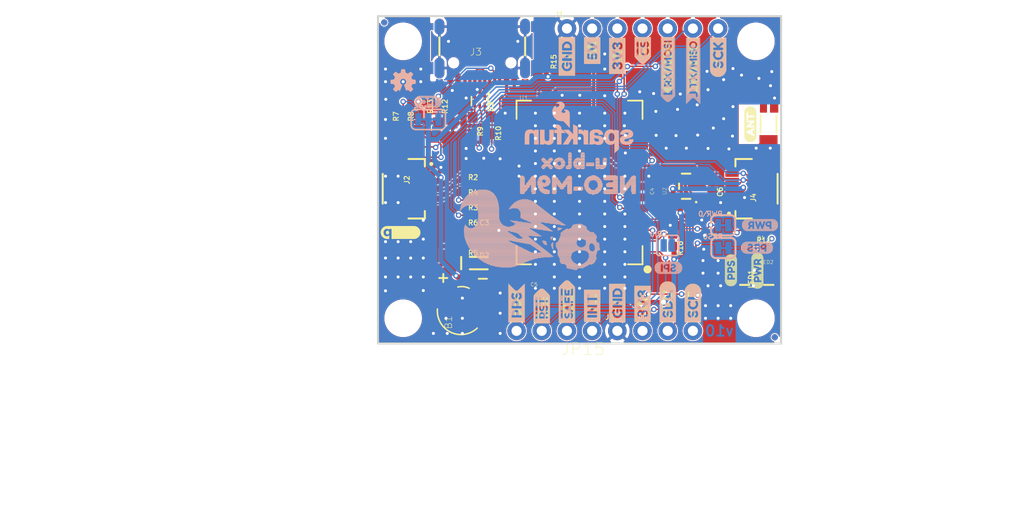
<source format=kicad_pcb>
(kicad_pcb (version 20211014) (generator pcbnew)
  (layers (0 "F.Cu" signal) (31 "B.Cu" signal) (34 "B.Paste" user) (35 "F.Paste" user) (36 "B.SilkS" user "B.Silkscreen") (37 "F.SilkS" user "F.Silkscreen") (38 "B.Mask" user) (39 "F.Mask" user) (44 "Edge.Cuts" user))
  (net 0 "")
  (net 1 "3.3V")
  (net 2 "GND")
  (net 3 "SCL/SCK")
  (net 4 "SDA/~{CS}")
  (net 5 "~{RESET}")
  (net 6 "TXLV")
  (net 7 "RXLV")
  (net 8 "BACKUP")
  (net 9 "INT")
  (net 10 "PPS")
  (net 11 "N$5")
  (net 12 "N$8")
  (net 13 "N$2")
  (net 14 "N$4")
  (net 15 "N$6")
  (net 16 "SDA_LV")
  (net 17 "SCL_LV")
  (net 18 "~{SAFE}")
  (net 19 "RXI/MOSI")
  (net 20 "TXO/MISO")
  (net 21 "SHLD")
  (net 22 "USB_D-")
  (net 23 "USB_D+")
  (net 24 "GPS_ANT1")
  (net 25 "N$10")
  (net 26 "5V")
  (net 27 "N$11")
  (net 28 "N$12")
  (net 29 "D_SEL")
  (net 30 "VCC_RF")
  (net 31 "D+")
  (net 32 "D-")
  (net 33 "N$1")
  (net 34 "N$7")
  (net 35 "N$9")
  (footprint "eagleBoard:0603" (layer "F.Cu") (at 139.5603 99.5045 -90)
    (fp_text reference "R10")
    (fp_text value "27")
  )
  (footprint "eagleBoard:SCL-[)" (layer "F.Cu") (at 159.9311 119.8499 90)
    (fp_text reference "U$3" hide)
    (fp_text value "" hide)
  )
  (footprint "eagleBoard:INT8" (layer "F.Cu") (at 149.7711 119.8499 90)
    (fp_text reference "U$15" hide)
    (fp_text value "" hide)
  )
  (footprint "eagleBoard:0603" (layer "F.Cu") (at 166.2811 111.8489)
    (fp_text reference "R11")
    (fp_text value "1k")
  )
  (footprint "eagleBoard:ML414H_IV01E" (layer "F.Cu") (at 136.5631 118.1989 90)
    (fp_text reference "B1")
    (fp_text value "6.8MM_COIN_CELL" hide)
  )
  (footprint "eagleBoard:0402" (layer "F.Cu") (at 157.8991 111.0869 -90)
    (fp_text reference "R16")
    (fp_text value "10k")
  )
  (footprint "eagleBoard:JST04_1MM_RA" (layer "F.Cu") (at 133.2611 105.9053 -90)
    (fp_text reference "J2")
    (fp_text value "Qwiic Right Angle" hide)
  )
  (footprint "eagleBoard:SOD-323" (layer "F.Cu") (at 138.3411 113.3983)
    (fp_text reference "D2")
    (fp_text value "0.5A/40V/420mV")
  )
  (footprint "eagleBoard:MICRO-FIDUCIAL" (layer "F.Cu") (at 168.1861 120.8659)
    (fp_text reference "JP21" hide)
    (fp_text value "FIDUCIALUFIDUCIAL" hide)
  )
  (footprint "eagleBoard:NEO-M9N" (layer "F.Cu") (at 148.5011 105.2703)
    (fp_text reference "U1")
    (fp_text value "U-BLOX_NEO-M9N")
  )
  (footprint "eagleBoard:0603" (layer "F.Cu") (at 132.2705 99.1743 90)
    (fp_text reference "R8")
    (fp_text value "2.2k")
  )
  (footprint "eagleBoard:0603" (layer "F.Cu") (at 138.3411 105.5243 180)
    (fp_text reference "R4")
    (fp_text value "33")
  )
  (footprint "eagleBoard:LED-0603" (layer "F.Cu") (at 165.1635 114.0079 -90)
    (fp_text reference "LED1")
    (fp_text value "BLUE")
  )
  (footprint "eagleBoard:SDA-[)" (layer "F.Cu") (at 157.3911 119.8499 90)
    (fp_text reference "U$1" hide)
    (fp_text value "" hide)
  )
  (footprint "eagleBoard:3V3-04" (layer "F.Cu") (at 154.8511 119.8499 90)
    (fp_text reference "U$6" hide)
    (fp_text value "" hide)
  )
  (footprint "eagleBoard:RX#MOSI2" (layer "F.Cu") (at 157.3911 96.3295 90)
    (fp_text reference "U$26" hide)
    (fp_text value "" hide)
  )
  (footprint "eagleBoard:0603" (layer "F.Cu") (at 138.3411 107.0483 180)
    (fp_text reference "R3")
    (fp_text value "33")
  )
  (footprint "eagleBoard:#RST3" (layer "F.Cu") (at 144.6911 120.1039 90)
    (fp_text reference "U$35" hide)
    (fp_text value "" hide)
  )
  (footprint "eagleBoard:0603" (layer "F.Cu") (at 138.3411 108.5723 180)
    (fp_text reference "R6")
    (fp_text value "33")
  )
  (footprint "eagleBoard:PWR-()-03" (layer "F.Cu") (at 166.4335 116.0399 90)
    (fp_text reference "U$18" hide)
    (fp_text value "" hide)
  )
  (footprint "eagleBoard:STAND-OFF" (layer "F.Cu") (at 166.2811 118.9609)
    (fp_text reference "JP101" hide)
    (fp_text value "STAND-OFF" hide)
  )
  (footprint "eagleBoard:0603" (layer "F.Cu") (at 137.7315 99.5553 -90)
    (fp_text reference "R9")
    (fp_text value "27")
  )
  (footprint "eagleBoard:0603" (layer "F.Cu") (at 135.6995 98.4123 90)
    (fp_text reference "R12")
    (fp_text value "5.1k")
  )
  (footprint "eagleBoard:JST04_1MM_RA" (layer "F.Cu") (at 163.8681 105.9053 90)
    (fp_text reference "J4")
    (fp_text value "Qwiic Right Angle" hide)
  )
  (footprint "eagleBoard:0603" (layer "F.Cu") (at 138.3411 104.0003 180)
    (fp_text reference "R2")
    (fp_text value "33")
  )
  (footprint "eagleBoard:0603" (layer "F.Cu") (at 145.1483 92.2909 -90)
    (fp_text reference "R15")
    (fp_text value "100k")
  )
  (footprint "eagleBoard:GND-04" (layer "F.Cu") (at 152.3111 119.8499 90)
    (fp_text reference "U$8" hide)
    (fp_text value "" hide)
  )
  (footprint "eagleBoard:GND-04" (layer "F.Cu") (at 147.2311 94.9833 90)
    (fp_text reference "U$63" hide)
    (fp_text value "" hide)
  )
  (footprint "eagleBoard:0603" (layer "F.Cu") (at 161.9123 105.6513 -90)
    (fp_text reference "C6")
    (fp_text value "1.0uF")
  )
  (footprint "eagleBoard:ANT0" (layer "F.Cu") (at 165.7223 101.2825 90)
    (fp_text reference "U$13" hide)
    (fp_text value "" hide)
  )
  (footprint "eagleBoard:TX#MISO0" (layer "F.Cu") (at 159.9565 96.5073 90)
    (fp_text reference "U$34" hide)
    (fp_text value "" hide)
  )
  (footprint "eagleBoard:1X04_NO_SILK" (layer "F.Cu") (at 152.3111 120.2309)
    (fp_text reference "J5")
    (fp_text value "")
  )
  (footprint "eagleBoard:0603" (layer "F.Cu") (at 130.7719 99.1743 90)
    (fp_text reference "R7")
    (fp_text value "2.2k")
  )
  (footprint "eagleBoard:LED-0603" (layer "F.Cu") (at 167.5765 114.0079 -90)
    (fp_text reference "LED2")
    (fp_text value "RED")
  )
  (footprint "eagleBoard:SOT23-5" (layer "F.Cu") (at 159.2453 105.6513 90)
    (fp_text reference "U2")
    (fp_text value "3.3V")
  )
  (footprint "eagleBoard:PPS0" (layer "F.Cu") (at 163.7665 115.7859 90)
    (fp_text reference "U$52" hide)
    (fp_text value "" hide)
  )
  (footprint "eagleBoard:USB-C-16P" (layer "F.Cu") (at 138.6967 94.6531 180)
    (fp_text reference "J3")
    (fp_text value "")
  )
  (footprint "eagleBoard:MICRO-FIDUCIAL" (layer "F.Cu") (at 128.8161 89.1413)
    (fp_text reference "JP61" hide)
    (fp_text value "FIDUCIALUFIDUCIAL" hide)
  )
  (footprint "eagleBoard:CREATIVE_COMMONS" (layer "F.Cu") (at 110.4011 139.2809)
    (fp_text reference "FRAME1" hide)
    (fp_text value "FRAME-LETTER" hide)
  )
  (footprint "eagleBoard:1X04_NO_SILK" (layer "F.Cu") (at 149.7711 120.2309 180)
    (fp_text reference "JP15")
    (fp_text value "" hide)
  )
  (footprint "eagleBoard:0603" (layer "F.Cu") (at 134.2263 98.4123 90)
    (fp_text reference "R13")
    (fp_text value "5.1k")
  )
  (footprint "eagleBoard:0603" (layer "F.Cu") (at 138.3411 111.6203 180)
    (fp_text reference "R5")
    (fp_text value "1k")
  )
  (footprint "eagleBoard:3V3-04" (layer "F.Cu") (at 152.3111 94.8563 90)
    (fp_text reference "U$61" hide)
    (fp_text value "" hide)
  )
  (footprint "eagleBoard:0603" (layer "F.Cu") (at 143.4211 114.7953 180)
    (fp_text reference "C5")
    (fp_text value "0.1uF")
  )
  (footprint "eagleBoard:CS#-_]" (layer "F.Cu") (at 154.8765 93.5863 90)
    (fp_text reference "U$23" hide)
    (fp_text value "" hide)
  )
  (footprint "eagleBoard:SOT886" (layer "F.Cu") (at 138.4427 97.0661 -90)
    (fp_text reference "D3")
    (fp_text value "PRTR5V0U2F")
  )
  (footprint "eagleBoard:STAND-OFF" (layer "F.Cu") (at 166.2811 91.0463)
    (fp_text reference "JP41" hide)
    (fp_text value "STAND-OFF" hide)
  )
  (footprint "eagleBoard:#SAFE1" (layer "F.Cu") (at 147.2311 120.1039 90)
    (fp_text reference "U$39" hide)
    (fp_text value "" hide)
  )
  (footprint "eagleBoard:0603" (layer "F.Cu") (at 156.5783 105.6513 90)
    (fp_text reference "C4")
    (fp_text value "1.0uF")
  )
  (footprint "eagleBoard:0603" (layer "F.Cu") (at 166.2811 110.0963 180)
    (fp_text reference "R1")
    (fp_text value "1k")
  )
  (footprint "eagleBoard:STAND-OFF" (layer "F.Cu") (at 130.7211 91.0463)
    (fp_text reference "JP31" hide)
    (fp_text value "STAND-OFF" hide)
  )
  (footprint "eagleBoard:SCK-(]-04" (layer "F.Cu") (at 162.4711 94.7039 90)
    (fp_text reference "U$38" hide)
    (fp_text value "" hide)
  )
  (footprint "eagleBoard:5V" (layer "F.Cu") (at 149.7711 93.8403 90)
    (fp_text reference "U$19" hide)
    (fp_text value "" hide)
  )
  (footprint "eagleBoard:PPS5" (layer "F.Cu") (at 142.1511 119.8499 90)
    (fp_text reference "U$43" hide)
    (fp_text value "" hide)
  )
  (footprint "eagleBoard:STAND-OFF" (layer "F.Cu") (at 130.7211 118.9609)
    (fp_text reference "JP91" hide)
    (fp_text value "STAND-OFF" hide)
  )
  (footprint "eagleBoard:QWIIC_4MM" (layer "F.Cu") (at 130.4671 110.3249)
    (fp_text reference "U$14" hide)
    (fp_text value "" hide)
  )
  (footprint "eagleBoard:1X07_NO_SILK" (layer "F.Cu") (at 147.2311 89.7509)
    (fp_text reference "J1")
    (fp_text value "")
  )
  (footprint "eagleBoard:W3011" (layer "F.Cu") (at 167.5511 99.4029 90)
    (fp_text reference "Y1")
    (fp_text value "GPS_CHIP_ANTENNAW3011")
  )
  (footprint "eagleBoard:0603" (layer "F.Cu") (at 138.3411 110.0963)
    (fp_text reference "C3")
    (fp_text value "1.0uF")
  )
  (footprint "eagleBoard:PWR1" (layer "B.Cu") (at 168.5671 109.5629 180)
    (fp_text reference "U$17" hide)
    (fp_text value "" hide)
  )
  (footprint "eagleBoard:#SAFE1" (layer "B.Cu") (at 147.2311 120.1039 90)
    (fp_text reference "U$40" hide)
    (fp_text value "" hide)
  )
  (footprint "eagleBoard:SMT-JUMPER_2_NO_SILK" (layer "B.Cu") (at 157.3911 111.6203 180)
    (fp_text reference "SPI0")
    (fp_text value "JUMPER-SMT_2_NO_SILK")
  )
  (footprint "eagleBoard:SPI1" (layer "B.Cu") (at 158.9151 113.8809 180)
    (fp_text reference "U$11" hide)
    (fp_text value "" hide)
  )
  (footprint "eagleBoard:RX#MOSI3" (layer "B.Cu") (at 157.4165 97.2693 90)
    (fp_text reference "U$31" hide)
    (fp_text value "" hide)
  )
  (footprint "eagleBoard:NEO_GPS_BOARD_SILK_FINAL#03#JPG" (layer "B.Cu") (at 143.4211 110.0709 180)
    (fp_text reference "U$21" hide)
    (fp_text value "" hide)
  )
  (footprint "eagleBoard:GND-04" (layer "B.Cu") (at 147.2311 94.9833 90)
    (fp_text reference "U$62" hide)
    (fp_text value "" hide)
  )
  (footprint "eagleBoard:INT8" (layer "B.Cu") (at 149.7711 119.8499 90)
    (fp_text reference "U$16" hide)
    (fp_text value "" hide)
  )
  (footprint "eagleBoard:I_SUPER2_C-()-03" (layer "B.Cu") (at 134.6581 97.1423 180)
    (fp_text reference "U$10" hide)
    (fp_text value "" hide)
  )
  (footprint "eagleBoard:3V3-04" (layer "B.Cu") (at 154.8511 119.8499 90)
    (fp_text reference "U$7" hide)
    (fp_text value "" hide)
  )
  (footprint "eagleBoard:SMT-JUMPER_2_NC_TRACE_SILK" (layer "B.Cu") (at 163.0045 111.8743 180)
    (fp_text reference "PPS0")
    (fp_text value "JUMPER-SMT_2_NC_TRACE_SILK")
  )
  (footprint "eagleBoard:SDA-[)" (layer "B.Cu") (at 157.3911 119.8499 90)
    (fp_text reference "U$4" hide)
    (fp_text value "" hide)
  )
  (footprint "eagleBoard:CS#-_]" (layer "B.Cu") (at 154.8765 93.5863 90)
    (fp_text reference "U$24" hide)
    (fp_text value "" hide)
  )
  (footprint "eagleBoard:MICRO-FIDUCIAL" (layer "B.Cu") (at 128.8161 89.1413 180)
    (fp_text reference "JP81" hide)
    (fp_text value "FIDUCIALUFIDUCIAL" hide)
  )
  (footprint "eagleBoard:PPS0" (layer "B.Cu") (at 168.0591 111.8489 180)
    (fp_text reference "U$12" hide)
    (fp_text value "" hide)
  )
  (footprint "eagleBoard:SCK-(]-04" (layer "B.Cu") (at 162.4711 94.7039 90)
    (fp_text reference "U$41" hide)
    (fp_text value "" hide)
  )
  (footprint "eagleBoard:U#BLOX3" (layer "B.Cu") (at 152.6921 103.1113 180)
    (fp_text reference "U$22" hide)
    (fp_text value "" hide)
  )
  (footprint "eagleBoard:#RST3" (layer "B.Cu") (at 144.6911 120.1039 90)
    (fp_text reference "U$36" hide)
    (fp_text value "" hide)
  )
  (footprint "eagleBoard:NEO#M9N1" (layer "B.Cu") (at 155.8671 105.4989 180)
    (fp_text reference "U$2" hide)
    (fp_text value "" hide)
  )
  (footprint "eagleBoard:SCL-[)" (layer "B.Cu") (at 159.9311 119.8499 90)
    (fp_text reference "U$5" hide)
    (fp_text value "" hide)
  )
  (footprint "eagleBoard:SMT-JUMPER_3_2-NC_TRACE_SILK" (layer "B.Cu") (at 133.2611 98.9203 180)
    (fp_text reference "JP5")
    (fp_text value "JUMPER-SMT_3_2-NC_TRACE_SILK")
  )
  (footprint "eagleBoard:MICRO-FIDUCIAL" (layer "B.Cu") (at 168.1861 120.8659 180)
    (fp_text reference "JP71" hide)
    (fp_text value "FIDUCIALUFIDUCIAL" hide)
  )
  (footprint "eagleBoard:SFE_LOGO_NAME_FLAME_.1" (layer "B.Cu") (at 148.3741 100.8253 180)
    (fp_text reference "LOGO2" hide)
    (fp_text value "SFE_LOGO_NAME_FLAME.1_INCH" hide)
  )
  (footprint "eagleBoard:PPS5" (layer "B.Cu") (at 142.1511 119.8499 90)
    (fp_text reference "U$44" hide)
    (fp_text value "" hide)
  )
  (footprint "eagleBoard:GND-04" (layer "B.Cu") (at 152.3111 119.8499 90)
    (fp_text reference "U$9" hide)
    (fp_text value "" hide)
  )
  (footprint "eagleBoard:5V" (layer "B.Cu") (at 149.7711 93.8403 90)
    (fp_text reference "U$20" hide)
    (fp_text value "" hide)
  )
  (footprint "eagleBoard:TX#MISO1" (layer "B.Cu") (at 159.9565 97.4725 90)
    (fp_text reference "U$37" hide)
    (fp_text value "" hide)
  )
  (footprint "eagleBoard:3V3-04" (layer "B.Cu") (at 152.3111 94.8563 90)
    (fp_text reference "U$60" hide)
    (fp_text value "" hide)
  )
  (footprint "eagleBoard:SMT-JUMPER_2_NC_TRACE_SILK" (layer "B.Cu") (at 162.9791 109.5883 180)
    (fp_text reference "PWR\\0")
    (fp_text value "JUMPER-SMT_2_NC_TRACE_SILK")
  )
  (footprint "eagleBoard:OSHW-LOGO-MINI" (layer "B.Cu") (at 130.7211 95.1103 180)
    (fp_text reference "LOGO1" hide)
    (fp_text value "OSHW-LOGOMINI" hide)
  )
  (gr_line (start 168.8211 121.5009) (end 128.1811 121.5009) (layer "Edge.Cuts") (width 0.2032))
  (gr_line (start 128.1811 88.5063) (end 168.8211 88.5063) (layer "Edge.Cuts") (width 0.2032))
  (gr_line (start 168.8211 88.5063) (end 168.8211 121.5009) (layer "Edge.Cuts") (width 0.2032))
  (gr_line (start 128.1811 121.5009) (end 128.1811 88.5063) (layer "Edge.Cuts") (width 0.2032))
  (gr_text "v10" (at 162.5981 120.2309) (layer "B.Cu") (effects (font (size 1.0795 1.0795) (thickness 0.1905)) (justify mirror)))
  (gr_text "+" (at 133.9723 115.4557) (layer "F.SilkS") (effects (font (size 1.0795 1.0795) (thickness 0.1905)) (justify left bottom)))
  (gr_text "-" (at 137.9601 115.5319) (layer "F.SilkS") (effects (font (size 1.0795 1.0795) (thickness 0.1905)) (justify left bottom)))
  (segment (start 156.5783 106.5013) (end 157.8452 106.5013) (width 0.508) (layer "F.Cu") (net 1))
  (segment (start 156.5783 106.5013) (end 155.7473 105.6703) (width 0.508) (layer "F.Cu") (net 1))
  (segment (start 154.1399 117.6401) (end 154.4193 117.3607) (width 0.508) (layer "F.Cu") (net 1))
  (segment (start 140.8811 111.6203) (end 141.3311 111.1703) (width 0.508) (layer "F.Cu") (net 1))
  (segment (start 157.9452 105.9514) (end 157.9452 106.6013) (width 0.508) (layer "F.Cu") (net 1))
  (segment (start 145.1483 93.1409) (end 145.1483 94.4245) (width 0.508) (layer "F.Cu") (net 1))
  (segment (start 165.0111 105.9053) (end 165.0111 105.7783) (width 0.508) (layer "F.Cu") (net 1))
  (segment (start 161.3281 109.9439) (end 160.3883 109.9439) (width 0.1524) (layer "F.Cu") (net 1))
  (segment (start 155.7473 105.6703) (end 154.5011 105.6703) (width 0.508) (layer "F.Cu") (net 1))
  (segment (start 139.4911 113.3983) (end 140.8811 113.3983) (width 0.508) (layer "F.Cu") (net 1))
  (segment (start 157.8991 111.6669) (end 158.0261 111.7939) (width 0.508) (layer "F.Cu") (net 1))
  (segment (start 133.8961 105.4053) (end 134.5311 104.7703) (width 0.508) (layer "F.Cu") (net 1))
  (segment (start 158.0261 111.7939) (end 158.0261 113.0173) (width 0.508) (layer "F.Cu") (net 1))
  (segment (start 154.8511 118.3513) (end 154.8511 120.2309) (width 0.508) (layer "F.Cu") (net 1))
  (segment (start 141.3311 111.1703) (end 142.5011 111.1703) (width 0.508) (layer "F.Cu") (net 1))
  (segment (start 145.1483 94.4245) (end 145.3261 94.6023) (width 0.508) (layer "F.Cu") (net 1))
  (segment (start 140.8811 113.3983) (end 140.8811 114.7953) (width 0.508) (layer "F.Cu") (net 1))
  (segment (start 156.9339 117.3607) (end 156.9593 117.3353) (width 0.508) (layer "F.Cu") (net 1))
  (segment (start 140.8811 111.6203) (end 140.8811 113.3983) (width 0.508) (layer "F.Cu") (net 1))
  (segment (start 142.1511 116.7003) (end 140.8811 115.4303) (width 0.508) (layer "F.Cu") (net 1))
  (segment (start 153.2001 116.7003) (end 154.1399 117.6401) (width 0.508) (layer "F.Cu") (net 1))
  (segment (start 165.0111 105.9053) (end 164.5111 106.4053) (width 0.508) (layer "F.Cu") (net 1))
  (segment (start 158.6611 108.3437) (end 158.6611 108.0643) (width 0.508) (layer "F.Cu") (net 1))
  (segment (start 140.8811 114.7953) (end 142.5711 114.7953) (width 0.508) (layer "F.Cu") (net 1))
  (segment (start 136.0551 114.6683) (end 136.1821 114.7953) (width 0.508) (layer "F.Cu") (net 1))
  (segment (start 133.2611 105.4053) (end 133.8961 105.4053) (width 0.508) (layer "F.Cu") (net 1))
  (segment (start 154.1399 117.6401) (end 154.8511 118.3513) (width 0.508) (layer "F.Cu") (net 1))
  (segment (start 140.8811 115.4303) (end 140.8811 114.7953) (width 0.508) (layer "F.Cu") (net 1))
  (segment (start 136.1821 114.7953) (end 140.8811 114.7953) (width 0.508) (layer "F.Cu") (net 1))
  (segment (start 157.8991 105.9053) (end 157.9452 105.9514) (width 0.508) (layer "F.Cu") (net 1))
  (segment (start 158.6611 108.0643) (end 157.9452 107.3484) (width 0.508) (layer "F.Cu") (net 1))
  (segment (start 157.9452 107.3484) (end 157.9452 106.6013) (width 0.508) (layer "F.Cu") (net 1))
  (segment (start 142.1511 116.7003) (end 153.2001 116.7003) (width 0.508) (layer "F.Cu") (net 1))
  (segment (start 161.7091 109.5629) (end 161.3281 109.9439) (width 0.1524) (layer "F.Cu") (net 1))
  (segment (start 154.4193 117.3607) (end 156.9339 117.3607) (width 0.508) (layer "F.Cu") (net 1))
  (segment (start 157.8452 106.5013) (end 157.9452 106.6013) (width 0.508) (layer "F.Cu") (net 1))
  (segment (start 163.8681 106.4053) (end 164.5111 106.4053) (width 0.508) (layer "F.Cu") (net 1))
  (via (at 157.8991 105.9053) (size 0.5588) (drill 0.3048) (layers "F.Cu" "B.Cu") (net 1))
  (via (at 161.7091 109.5629) (size 0.5588) (drill 0.3048) (layers "F.Cu" "B.Cu") (net 1))
  (via (at 145.3261 94.6023) (size 0.5588) (drill 0.3048) (layers "F.Cu" "B.Cu") (net 1))
  (via (at 156.9593 117.3353) (size 0.762) (drill 0.508) (layers "F.Cu" "B.Cu") (net 1))
  (via (at 134.5311 104.7703) (size 0.5588) (drill 0.3048) (layers "F.Cu" "B.Cu") (net 1))
  (via (at 165.0111 105.7783) (size 0.5588) (drill 0.3048) (layers "F.Cu" "B.Cu") (net 1))
  (via (at 160.3883 109.9439) (size 0.5588) (drill 0.3048) (layers "F.Cu" "B.Cu") (net 1))
  (via (at 136.0551 114.6683) (size 0.5588) (drill 0.3048) (layers "F.Cu" "B.Cu") (net 1))
  (via (at 158.6611 108.3437) (size 0.5588) (drill 0.3048) (layers "F.Cu" "B.Cu") (net 1))
  (via (at 158.0261 113.0173) (size 0.5588) (drill 0.3048) (layers "F.Cu" "B.Cu") (net 1))
  (segment (start 134.152331 100.9269) (end 133.2611 100.9269) (width 0.508) (layer "B.Cu") (net 1))
  (segment (start 144.1577 94.6023) (end 145.3261 94.6023) (width 0.508) (layer "B.Cu") (net 1))
  (segment (start 161.7345 109.5883) (end 161.7091 109.5629) (width 0.1524) (layer "B.Cu") (net 1))
  (segment (start 133.2611 100.9269) (end 133.2611 103.5003) (width 0.508) (layer "B.Cu") (net 1))
  (segment (start 158.7881 108.4707) (end 158.6611 108.3437) (width 0.508) (layer "B.Cu") (net 1))
  (segment (start 134.5311 113.1443) (end 136.0551 114.6683) (width 0.508) (layer "B.Cu") (net 1))
  (segment (start 162.4711 109.5883) (end 161.7345 109.5883) (width 0.1524) (layer "B.Cu") (net 1))
  (segment (start 158.0261 113.0173) (end 158.0261 116.2939) (width 0.508) (layer "B.Cu") (net 1))
  (segment (start 158.0261 116.2939) (end 156.9847 117.3353) (width 0.508) (layer "B.Cu") (net 1))
  (segment (start 156.9847 117.3353) (end 156.9593 117.3353) (width 0.508) (layer "B.Cu") (net 1))
  (segment (start 145.3261 94.6023) (end 151.5237 94.6023) (width 0.508) (layer "B.Cu") (net 1))
  (segment (start 164.8841 105.9053) (end 157.8991 105.9053) (width 0.508) (layer "B.Cu") (net 1))
  (segment (start 139.867331 95.2119) (end 143.5481 95.2119) (width 0.508) (layer "B.Cu") (net 1))
  (segment (start 133.2611 98.9203) (end 133.2611 100.9269) (width 0.508) (layer "B.Cu") (net 1))
  (segment (start 158.7881 112.255297) (end 158.7881 109.8169) (width 0.508) (layer "B.Cu") (net 1))
  (segment (start 158.7881 109.8169) (end 158.7881 108.4707) (width 0.508) (layer "B.Cu") (net 1))
  (segment (start 158.0261 113.0173) (end 158.7881 112.255297) (width 0.508) (layer "B.Cu") (net 1))
  (segment (start 164.8841 105.9053) (end 165.0111 105.7783) (width 0.508) (layer "B.Cu") (net 1))
  (segment (start 134.152331 100.9269) (end 139.867331 95.2119) (width 0.508) (layer "B.Cu") (net 1))
  (segment (start 158.9151 109.9439) (end 158.7881 109.8169) (width 0.1524) (layer "B.Cu") (net 1))
  (segment (start 143.5481 95.2119) (end 144.1577 94.6023) (width 0.508) (layer "B.Cu") (net 1))
  (segment (start 160.3883 109.9439) (end 158.9151 109.9439) (width 0.1524) (layer "B.Cu") (net 1))
  (segment (start 151.5237 94.6023) (end 152.3111 93.8149) (width 0.508) (layer "B.Cu") (net 1))
  (segment (start 133.2611 103.5003) (end 134.5311 104.7703) (width 0.508) (layer "B.Cu") (net 1))
  (segment (start 152.3111 89.7509) (end 152.3111 93.8149) (width 0.508) (layer "B.Cu") (net 1))
  (segment (start 134.5311 104.7703) (end 134.5311 113.1443) (width 0.508) (layer "B.Cu") (net 1))
  (segment (start 161.0623 105.6513) (end 161.9123 106.5013) (width 0.3048) (layer "F.Cu") (net 2))
  (segment (start 138.4427 96.6361) (end 138.4427 96.1517) (width 0.1524) (layer "F.Cu") (net 2))
  (segment (start 138.4427 96.1517) (end 138.1887 95.8977) (width 0.1524) (layer "F.Cu") (net 2))
  (segment (start 160.5454 105.6513) (end 161.0623 105.6513) (width 0.3048) (layer "F.Cu") (net 2))
  (via (at 148.5011 109.7153) (size 0.5588) (drill 0.3048) (layers "F.Cu" "B.Cu") (net 2))
  (via (at 161.0995 110.6043) (size 0.5588) (drill 0.3048) (layers "F.Cu" "B.Cu") (net 2))
  (via (at 167.7289 101.8159) (size 0.5588) (drill 0.3048) (layers "F.Cu" "B.Cu") (net 2))
  (via (at 162.4711 118.9609) (size 0.5588) (drill 0.3048) (layers "F.Cu" "B.Cu") (net 2))
  (via (at 156.2227 100.5205) (size 0.5588) (drill 0.3048) (layers "F.Cu" "B.Cu") (net 2))
  (via (at 132.7531 112.8903) (size 0.5588) (drill 0.3048) (layers "F.Cu" "B.Cu") (net 2))
  (via (at 151.0411 100.8253) (size 0.5588) (drill 0.3048) (layers "F.Cu" "B.Cu") (net 2))
  (via (at 151.0411 115.9383) (size 0.5588) (drill 0.3048) (layers "F.Cu" "B.Cu") (net 2))
  (via (at 135.0391 118.9609) (size 0.5588) (drill 0.3048) (layers "F.Cu" "B.Cu") (net 2))
  (via (at 151.0411 93.8403) (size 0.5588) (drill 0.3048) (layers "F.Cu" "B.Cu") (net 2))
  (via (at 153.0731 113.5253) (size 0.5588) (drill 0.3048) (layers "F.Cu" "B.Cu") (net 2))
  (via (at 144.0561 110.9853) (size 0.5588) (drill 0.3048) (layers "F.Cu" "B.Cu") (net 2))
  (via (at 132.7531 116.1669) (size 0.5588) (drill 0.3048) (layers "F.Cu" "B.Cu") (net 2))
  (via (at 128.9431 112.8903) (size 0.5588) (drill 0.3048) (layers "F.Cu" "B.Cu") (net 2))
  (via (at 161.4551 101.8413) (size 0.5588) (drill 0.3048) (layers "F.Cu" "B.Cu") (net 2))
  (via (at 161.0233 112.0013) (size 0.5588) (drill 0.3048) (layers "F.Cu" "B.Cu") (net 2))
  (via (at 145.9611 109.7153) (size 0.5588) (drill 0.3048) (layers "F.Cu" "B.Cu") (net 2))
  (via (at 151.0411 109.7153) (size 0.5588) (drill 0.3048) (layers "F.Cu" "B.Cu") (net 2))
  (via (at 144.0561 102.0953) (size 0.5588) (drill 0.3048) (layers "F.Cu" "B.Cu") (net 2))
  (via (at 145.9611 103.3653) (size 0.5588) (drill 0.3048) (layers "F.Cu" "B.Cu") (net 2))
  (via (at 145.9611 105.9053) (size 0.5588) (drill 0.3048) (layers "F.Cu" "B.Cu") (net 2))
  (via (at 145.9611 98.2853) (size 0.5588) (drill 0.3048) (layers "F.Cu" "B.Cu") (net 2))
  (via (at 160.8201 109.0549) (size 0.5588) (drill 0.3048) (layers "F.Cu" "B.Cu") (net 2))
  (via (at 148.5011 115.9383) (size 0.5588) (drill 0.3048) (layers "F.Cu" "B.Cu") (net 2))
  (via (at 145.9611 110.9853) (size 0.5588) (drill 0.3048) (layers "F.Cu" "B.Cu") (net 2))
  (via (at 132.4991 93.8403) (size 0.5588) (drill 0.3048) (layers "F.Cu" "B.Cu") (net 2))
  (via (at 153.0731 105.9053) (size 0.5588) (drill 0.3048) (layers "F.Cu" "B.Cu") (net 2))
  (via (at 133.7691 120.4849) (size 0.5588) (drill 0.3048) (layers "F.Cu" "B.Cu") (net 2))
  (via (at 153.0731 104.6353) (size 0.5588) (drill 0.3048) (layers "F.Cu" "B.Cu") (net 2))
  (via (at 166.5859 94.7801) (size 0.5588) (drill 0.3048) (layers "F.Cu" "B.Cu") (net 2))
  (via (at 163.0299 94.9071) (size 0.5588) (drill 0.3048) (layers "F.Cu" "B.Cu") (net 2))
  (via (at 154.5717 96.1263) (size 0.5588) (drill 0.3048) (layers "F.Cu" "B.Cu") (net 2))
  (via (at 135.6741 95.9993) (size 0.5588) (drill 0.3048) (layers "F.Cu" "B.Cu") (net 2))
  (via (at 144.0561 113.5253) (size 0.5588) (drill 0.3048) (layers "F.Cu" "B.Cu") (net 2))
  (via (at 160.4137 100.4951) (size 0.5588) (drill 0.3048) (layers "F.Cu" "B.Cu") (net 2))
  (via (at 132.4991 95.1103) (size 0.5588) (drill 0.3048) (layers "F.Cu" "B.Cu") (net 2))
  (via (at 164.8333 94.4499) (size 0.5588) (drill 0.3048) (layers "F.Cu" "B.Cu") (net 2))
  (via (at 156.1973 98.1075) (size 0.5588) (drill 0.3048) (layers "F.Cu" "B.Cu") (net 2))
  (via (at 141.0081 98.2853) (size 0.5588) (drill 0.3048) (layers "F.Cu" "B.Cu") (net 2))
  (via (at 145.9611 100.8253) (size 0.5588) (drill 0.3048) (layers "F.Cu" "B.Cu") (net 2))
  (via (at 153.0731 110.9853) (size 0.5588) (drill 0.3048) (layers "F.Cu" "B.Cu") (net 2))
  (via (at 162.4711 117.6909) (size 0.5588) (drill 0.3048) (layers "F.Cu" "B.Cu") (net 2))
  (via (at 132.7531 114.7953) (size 0.5588) (drill 0.3048) (layers "F.Cu" "B.Cu") (net 2))
  (via (at 128.9431 111.2393) (size 0.5588) (drill 0.3048) (layers "F.Cu" "B.Cu") (net 2))
  (via (at 137.0711 96.7613) (size 0.5588) (drill 0.3048) (layers "F.Cu" "B.Cu") (net 2))
  (via (at 162.4711 114.4143) (size 0.5588) (drill 0.3048) (layers "F.Cu" "B.Cu") (net 2))
  (via (at 151.0411 92.3163) (size 0.5588) (drill 0.3048) (layers "F.Cu" "B.Cu") (net 2))
  (via (at 145.9611 114.7953) (size 0.5588) (drill 0.3048) (layers "F.Cu" "B.Cu") (net 2))
  (via (at 148.5011 102.0953) (size 0.5588) (drill 0.3048) (layers "F.Cu" "B.Cu") (net 2))
  (via (at 151.0411 99.5553) (size 0.5588) (drill 0.3048) (layers "F.Cu" "B.Cu") (net 2))
  (via (at 148.5011 113.5253) (size 0.5588) (drill 0.3048) (layers "F.Cu" "B.Cu") (net 2))
  (via (at 151.0411 103.3653) (size 0.5588) (drill 0.3048) (layers "F.Cu" "B.Cu") (net 2))
  (via (at 128.9431 114.7953) (size 0.5588) (drill 0.3048) (layers "F.Cu" "B.Cu") (net 2))
  (via (at 140.3731 110.0963) (size 0.5588) (drill 0.3048) (layers "F.Cu" "B.Cu") (net 2))
  (via (at 153.1239 102.2985) (size 0.5588) (drill 0.3048) (layers "F.Cu" "B.Cu") (net 2))
  (via (at 155.9687 96.3041) (size 0.5588) (drill 0.3048) (layers "F.Cu" "B.Cu") (net 2))
  (via (at 145.9611 104.6353) (size 0.5588) (drill 0.3048) (layers "F.Cu" "B.Cu") (net 2))
  (via (at 145.9611 102.0953) (size 0.5588) (drill 0.3048) (layers "F.Cu" "B.Cu") (net 2))
  (via (at 144.0561 115.9383) (size 0.5588) (drill 0.3048) (layers "F.Cu" "B.Cu") (net 2))
  (via (at 163.0299 98.8441) (size 0.5588) (drill 0.3048) (layers "F.Cu" "B.Cu") (net 2))
  (via (at 160.3629 97.4471) (size 0.5588) (drill 0.3048) (layers "F.Cu" "B.Cu") (net 2))
  (via (at 163.9697 97.6249) (size 0.5588) (drill 0.3048) (layers "F.Cu" "B.Cu") (net 2))
  (via (at 151.0411 96.5327) (size 0.5588) (drill 0.3048) (layers "F.Cu" "B.Cu") (net 2))
  (via (at 135.1661 120.4849) (size 0.5588) (drill 0.3048) (layers "F.Cu" "B.Cu") (net 2))
  (via (at 136.6901 120.4849) (size 0.5588) (drill 0.3048) (layers "F.Cu" "B.Cu") (net 2))
  (via (at 145.9611 108.4453) (size 0.5588) (drill 0.3048) (layers "F.Cu" "B.Cu") (net 2))
  (via (at 130.2131 104.6353) (size 0.5588) (drill 0.3048) (layers "F.Cu" "B.Cu") (net 2))
  (via (at 128.9431 116.1923) (size 0.5588) (drill 0.3048) (layers "F.Cu" "B.Cu") (net 2))
  (via (at 161.3535 94.0689) (size 0.5588) (drill 0.3048) (layers "F.Cu" "B.Cu") (net 2))
  (via (at 148.5011 104.6353) (size 0.5588) (drill 0.3048) (layers "F.Cu" "B.Cu") (net 2))
  (via (at 168.1607 96.7613) (size 0.5588) (drill 0.3048) (layers "F.Cu" "B.Cu") (net 2))
  (via (at 145.9611 115.9383) (size 0.5588) (drill 0.3048) (layers "F.Cu" "B.Cu") (net 2))
  (via (at 146.7485 96.4819) (size 0.5588) (drill 0.3048) (layers "F.Cu" "B.Cu") (net 2))
  (via (at 162.7251 115.6843) (size 0.5588) (drill 0.3048) (layers "F.Cu" "B.Cu") (net 2))
  (via (at 144.0561 104.6353) (size 0.5588) (drill 0.3048) (layers "F.Cu" "B.Cu") (net 2))
  (via (at 134.5311 103.7463) (size 0.5588) (drill 0.3048) (layers "F.Cu" "B.Cu") (net 2))
  (via (at 167.7543 95.5167) (size 0.5588) (drill 0.3048) (layers "F.Cu" "B.Cu") (net 2))
  (via (at 166.1287 114.1349) (size 0.5588) (drill 0.3048) (layers "F.Cu" "B.Cu") (net 2))
  (via (at 144.0561 109.7153) (size 0.5588) (drill 0.3048) (layers "F.Cu" "B.Cu") (net 2))
  (via (at 140.5001 102.8827) (size 0.5588) (drill 0.3048) (layers "F.Cu" "B.Cu") (net 2))
  (via (at 161.4551 95.9231) (size 0.5588) (drill 0.3048) (layers "F.Cu" "B.Cu") (net 2))
  (via (at 151.0411 108.4453) (size 0.5588) (drill 0.3048) (layers "F.Cu" "B.Cu") (net 2))
  (via (at 153.0731 109.7153) (size 0.5588) (drill 0.3048) (layers "F.Cu" "B.Cu") (net 2))
  (via (at 155.4861 104.6353) (size 0.5588) (drill 0.3048) (layers "F.Cu" "B.Cu") (net 2))
  (via (at 160.9471 113.1443) (size 0.5588) (drill 0.3048) (layers "F.Cu" "B.Cu") (net 2))
  (via (at 142.4051 104.6353) (size 0.5588) (drill 0.3048) (layers "F.Cu" "B.Cu") (net 2))
  (via (at 151.0411 105.9053) (size 0.5588) (drill 0.3048) (layers "F.Cu" "B.Cu") (net 2))
  (via (at 137.0711 102.8573) (size 0.5588) (drill 0.3048) (layers "F.Cu" "B.Cu") (net 2))
  (via (at 167.8813 94.0943) (size 0.5588) (drill 0.3048) (layers "F.Cu" "B.Cu") (net 2))
  (via (at 144.0561 112.2553) (size 0.5588) (drill 0.3048) (layers "F.Cu" "B.Cu") (net 2))
  (via (at 144.0561 108.4453) (size 0.5588) (drill 0.3048) (layers "F.Cu" "B.Cu") (net 2))
  (via (at 163.9189 100.5967) (size 0.5588) (drill 0.3048) (layers "F.Cu" "B.Cu") (net 2))
  (via (at 144.0561 107.1753) (size 0.5588) (drill 0.3048) (layers "F.Cu" "B.Cu") (net 2))
  (via (at 148.5011 114.7953) (size 0.5588) (drill 0.3048) (layers "F.Cu" "B.Cu") (net 2))
  (via (at 148.5011 107.1753) (size 0.5588) (drill 0.3048) (layers "F.Cu" "B.Cu") (net 2))
  (via (at 140.5001 118.4529) (size 0.5588) (drill 0.3048) (layers "F.Cu" "B.Cu") (net 2))
  (via (at 128.9431 93.8403) (size 0.5588) (drill 0.3048) (layers "F.Cu" "B.Cu") (net 2))
  (via (at 163.7411 118.9609) (size 0.5588) (drill 0.3048) (layers "F.Cu" "B.Cu") (net 2))
  (via (at 158.6611 96.3549) (size 0.5588) (drill 0.3048) (layers "F.Cu" "B.Cu") (net 2))
  (via (at 151.0411 114.7953) (size 0.5588) (drill 0.3048) (layers "F.Cu" "B.Cu") (net 2))
  (via (at 148.5011 105.9053) (size 0.5588) (drill 0.3048) (layers "F.Cu" "B.Cu") (net 2))
  (via (at 151.0411 98.2853) (size 0.5588) (drill 0.3048) (layers "F.Cu" "B.Cu") (net 2))
  (via (at 151.0411 104.6353) (size 0.5588) (drill 0.3048) (layers "F.Cu" "B.Cu") (net 2))
  (via (at 144.0561 100.8253) (size 0.5588) (drill 0.3048) (layers "F.Cu" "B.Cu") (net 2))
  (via (at 151.0411 112.2553) (size 0.5588) (drill 0.3048) (layers "F.Cu" "B.Cu") (net 2))
  (via (at 153.0731 112.2553) (size 0.5588) (drill 0.3048) (layers "F.Cu" "B.Cu") (net 2))
  (via (at 157.2387 101.8159) (size 0.5588) (drill 0.3048) (layers "F.Cu" "B.Cu") (net 2))
  (via (at 163.7411 117.6909) (size 0.5588) (drill 0.3048) (layers "F.Cu" "B.Cu") (net 2))
  (via (at 140.5001 120.4849) (size 0.5588) (drill 0.3048) (layers "F.Cu" "B.Cu") (net 2))
  (via (at 130.2131 107.3023) (size 0.5588) (drill 0.3048) (layers "F.Cu" "B.Cu") (net 2))
  (via (at 132.7531 110.9853) (size 0.5588) (drill 0.3048) (layers "F.Cu" "B.Cu") (net 2))
  (via (at 165.1381 106.7943) (size 0.5588) (drill 0.3048) (layers "F.Cu" "B.Cu") (net 2))
  (via (at 130.2131 112.8903) (size 0.5588) (drill 0.3048) (layers "F.Cu" "B.Cu") (net 2))
  (via (at 138.8491 102.8319) (size 0.5588) (drill 0.3048) (layers "F.Cu" "B.Cu") (net 2))
  (via (at 148.5265 96.4819) (size 0.5588) (drill 0.3048) (layers "F.Cu" "B.Cu") (net 2))
  (via (at 136.6901 116.9289) (size 0.5588) (drill 0.3048) (layers "F.Cu" "B.Cu") (net 2))
  (via (at 148.5011 110.9853) (size 0.5588) (drill 0.3048) (layers "F.Cu" "B.Cu") (net 2))
  (via (at 130.7211 95.1103) (size 0.5588) (drill 0.3048) (layers "F.Cu" "B.Cu") (net 2))
  (via (at 131.4831 112.8903) (size 0.5588) (drill 0.3048) (layers "F.Cu" "B.Cu") (net 2))
  (via (at 148.5011 100.8253) (size 0.5588) (drill 0.3048) (layers "F.Cu" "B.Cu") (net 2))
  (via (at 142.4051 103.6193) (size 0.5588) (drill 0.3048) (layers "F.Cu" "B.Cu") (net 2))
  (via (at 157.6451 109.5883) (size 0.5588) (drill 0.3048) (layers "F.Cu" "B.Cu") (net 2))
  (via (at 158.2293 100.5459) (size 0.5588) (drill 0.3048) (layers "F.Cu" "B.Cu") (net 2))
  (via (at 162.4711 113.1443) (size 0.5588) (drill 0.3048) (layers "F.Cu" "B.Cu") (net 2))
  (via (at 131.4831 111.2393) (size 0.5588) (drill 0.3048) (layers "F.Cu" "B.Cu") (net 2))
  (via (at 131.4831 114.7953) (size 0.5588) (drill 0.3048) (layers "F.Cu" "B.Cu") (net 2))
  (via (at 153.1239 100.5205) (size 0.5588) (drill 0.3048) (layers "F.Cu" "B.Cu") (net 2))
  (via (at 166.3065 101.8159) (size 0.5588) (drill 0.3048) (layers "F.Cu" "B.Cu") (net 2))
  (via (at 161.2011 117.6909) (size 0.5588) (drill 0.3048) (layers "F.Cu" "B.Cu") (net 2))
  (via (at 144.0561 103.3653) (size 0.5588) (drill 0.3048) (layers "F.Cu" "B.Cu") (net 2))
  (via (at 144.0561 105.9053) (size 0.5588) (drill 0.3048) (layers "F.Cu" "B.Cu") (net 2))
  (via (at 144.0561 98.2853) (size 0.5588) (drill 0.3048) (layers "F.Cu" "B.Cu") (net 2))
  (via (at 160.9471 114.4143) (size 0.5588) (drill 0.3048) (layers "F.Cu" "B.Cu") (net 2))
  (via (at 159.2707 101.8159) (size 0.5588) (drill 0.3048) (layers "F.Cu" "B.Cu") (net 2))
  (via (at 148.5011 112.2553) (size 0.5588) (drill 0.3048) (layers "F.Cu" "B.Cu") (net 2))
  (via (at 130.2131 114.7953) (size 0.5588) (drill 0.3048) (layers "F.Cu" "B.Cu") (net 2))
  (via (at 151.0411 107.1753) (size 0.5588) (drill 0.3048) (layers "F.Cu" "B.Cu") (net 2))
  (via (at 151.0411 110.9853) (size 0.5588) (drill 0.3048) (layers "F.Cu" "B.Cu") (net 2))
  (via (at 140.5001 116.4209) (size 0.5588) (drill 0.3048) (layers "F.Cu" "B.Cu") (net 2))
  (via (at 158.3817 97.9043) (size 0.5588) (drill 0.3048) (layers "F.Cu" "B.Cu") (net 2))
  (via (at 161.4551 115.6843) (size 0.5588) (drill 0.3048) (layers "F.Cu" "B.Cu") (net 2))
  (via (at 145.9611 99.5553) (size 0.5588) (drill 0.3048) (layers "F.Cu" "B.Cu") (net 2))
  (via (at 145.9611 113.5253) (size 0.5588) (drill 0.3048) (layers "F.Cu" "B.Cu") (net 2))
  (via (at 161.9885 99.7839) (size 0.5588) (drill 0.3048) (layers "F.Cu" "B.Cu") (net 2))
  (via (at 128.9431 104.6353) (size 0.5588) (drill 0.3048) (layers "F.Cu" "B.Cu") (net 2))
  (via (at 148.5011 103.3653) (size 0.5588) (drill 0.3048) (layers "F.Cu" "B.Cu") (net 2))
  (via (at 128.9431 95.1103) (size 0.5588) (drill 0.3048) (layers "F.Cu" "B.Cu") (net 2))
  (via (at 138.1887 95.8977) (size 0.5588) (drill 0.3048) (layers "F.Cu" "B.Cu") (net 2))
  (via (at 153.0223 99.5553) (size 0.5588) (drill 0.3048) (layers "F.Cu" "B.Cu") (net 2))
  (via (at 128.9431 107.3023) (size 0.5588) (drill 0.3048) (layers "F.Cu" "B.Cu") (net 2))
  (via (at 128.9431 98.9203) (size 0.5588) (drill 0.3048) (layers "F.Cu" "B.Cu") (net 2))
  (via (at 148.5011 99.5553) (size 0.5588) (drill 0.3048) (layers "F.Cu" "B.Cu") (net 2))
  (via (at 148.5011 98.2853) (size 0.5588) (drill 0.3048) (layers "F.Cu" "B.Cu") (net 2))
  (via (at 128.9431 100.8253) (size 0.5588) (drill 0.3048) (layers "F.Cu" "B.Cu") (net 2))
  (via (at 132.7531 109.0803) (size 0.5588) (drill 0.3048) (layers "F.Cu" "B.Cu") (net 2))
  (via (at 130.2131 111.2393) (size 0.5588) (drill 0.3048) (layers "F.Cu" "B.Cu") (net 2))
  (via (at 166.0271 115.6843) (size 0.5588) (drill 0.3048) (layers "F.Cu" "B.Cu") (net 2))
  (via (at 153.0731 98.2853) (size 0.5588) (drill 0.3048) (layers "F.Cu" "B.Cu") (net 2))
  (via (at 137.0711 101.8413) (size 0.5588) (drill 0.3048) (layers "F.Cu" "B.Cu") (net 2))
  (via (at 145.9611 112.2553) (size 0.5588) (drill 0.3048) (layers "F.Cu" "B.Cu") (net 2))
  (via (at 136.6901 118.9609) (size 0.5588) (drill 0.3048) (layers "F.Cu" "B.Cu") (net 2))
  (via (at 161.2011 118.9609) (size 0.5588) (drill 0.3048) (layers "F.Cu" "B.Cu") (net 2))
  (via (at 148.5011 108.4453) (size 0.5588) (drill 0.3048) (layers "F.Cu" "B.Cu") (net 2))
  (via (at 163.5633 101.8921) (size 0.5588) (drill 0.3048) (layers "F.Cu" "B.Cu") (net 2))
  (via (at 128.9685 96.8883) (size 0.5588) (drill 0.3048) (layers "F.Cu" "B.Cu") (net 2))
  (via (at 163.9697 93.7895) (size 0.5588) (drill 0.3048) (layers "F.Cu" "B.Cu") (net 2))
  (via (at 162.7251 107.3023) (size 0.5588) (drill 0.3048) (layers "F.Cu" "B.Cu") (net 2))
  (via (at 153.0731 114.7953) (size 0.5588) (drill 0.3048) (layers "F.Cu" "B.Cu") (net 2))
  (via (at 153.0731 115.9383) (size 0.5588) (drill 0.3048) (layers "F.Cu" "B.Cu") (net 2))
  (via (at 145.9611 107.1753) (size 0.5588) (drill 0.3048) (layers "F.Cu" "B.Cu") (net 2))
  (via (at 151.0411 113.5253) (size 0.5588) (drill 0.3048) (layers "F.Cu" "B.Cu") (net 2))
  (via (at 144.0561 99.5553) (size 0.5588) (drill 0.3048) (layers "F.Cu" "B.Cu") (net 2))
  (via (at 153.0731 108.4453) (size 0.5588) (drill 0.3048) (layers "F.Cu" "B.Cu") (net 2))
  (segment (start 165.1903 104.3545) (end 165.0111 104.3545) (width 0.1524) (layer "F.Cu") (net 3))
  (segment (start 131.4831 101.6889) (end 131.4831 106.2863) (width 0.1524) (layer "F.Cu") (net 3))
  (segment (start 131.4831 100.7355) (end 130.7719 100.0243) (width 0.1524) (layer "F.Cu") (net 3))
  (segment (start 163.8681 104.4053) (end 163.9189 104.3545) (width 0.1524) (layer "F.Cu") (net 3))
  (segment (start 153.3271 93.5863) (end 153.3525 93.5609) (width 0.1524) (layer "F.Cu") (net 3))
  (segment (start 165.0111 108.3183) (end 166.179881 107.149519) (width 0.1524) (layer "F.Cu") (net 3))
  (segment (start 131.4831 101.6889) (end 131.4831 100.7355) (width 0.1524) (layer "F.Cu") (net 3))
  (segment (start 131.4831 101.6889) (end 133.948387 101.6889) (width 0.1524) (layer "F.Cu") (net 3))
  (segment (start 159.9311 109.0803) (end 160.6931 108.3183) (width 0.1524) (layer "F.Cu") (net 3))
  (segment (start 160.6931 108.3183) (end 165.0111 108.3183) (width 0.1524) (layer "F.Cu") (net 3))
  (segment (start 152.9969 93.9165) (end 152.9969 96.3549) (width 0.1524) (layer "F.Cu") (net 3))
  (segment (start 159.9311 120.2309) (end 159.9311 109.0803) (width 0.1524) (layer "F.Cu") (net 3))
  (segment (start 166.179881 105.344082) (end 165.1903 104.3545) (width 0.1524) (layer "F.Cu") (net 3))
  (segment (start 153.3525 93.5609) (end 156.1465 93.5609) (width 0.1524) (layer "F.Cu") (net 3))
  (segment (start 165.0111 104.3545) (end 163.9189 104.3545) (width 0.1524) (layer "F.Cu") (net 3))
  (segment (start 166.179881 107.149519) (end 166.179881 105.344082) (width 0.1524) (layer "F.Cu") (net 3))
  (segment (start 131.4831 106.2863) (end 132.6021 107.4053) (width 0.1524) (layer "F.Cu") (net 3))
  (segment (start 133.948387 101.6889) (end 133.999187 101.7397) (width 0.1524) (layer "F.Cu") (net 3))
  (segment (start 136.3091 105.5243) (end 137.4911 105.5243) (width 0.1524) (layer "F.Cu") (net 3))
  (segment (start 152.9969 93.9165) (end 153.3271 93.5863) (width 0.1524) (layer "F.Cu") (net 3))
  (segment (start 132.6021 107.4053) (end 133.2611 107.4053) (width 0.1524) (layer "F.Cu") (net 3))
  (segment (start 133.2611 107.4053) (end 134.4281 107.4053) (width 0.1524) (layer "F.Cu") (net 3))
  (segment (start 134.4281 107.4053) (end 136.3091 105.5243) (width 0.1524) (layer "F.Cu") (net 3))
  (via (at 156.1465 93.5609) (size 0.5588) (drill 0.3048) (layers "F.Cu" "B.Cu") (net 3))
  (via (at 165.0111 104.3545) (size 0.5588) (drill 0.3048) (layers "F.Cu" "B.Cu") (net 3))
  (via (at 152.9969 96.3549) (size 0.5588) (drill 0.3048) (layers "F.Cu" "B.Cu") (net 3))
  (via (at 153.3271 93.5863) (size 0.5588) (drill 0.3048) (layers "F.Cu" "B.Cu") (net 3))
  (via (at 133.999187 101.7397) (size 0.5588) (drill 0.3048) (layers "F.Cu" "B.Cu") (net 3))
  (segment (start 133.999187 101.7397) (end 140.09519 95.6437) (width 0.1524) (layer "B.Cu") (net 3))
  (segment (start 165.0111 104.3545) (end 163.3587 104.3545) (width 0.1524) (layer "B.Cu") (net 3))
  (segment (start 153.3017 93.5863) (end 151.8031 95.0849) (width 0.1524) (layer "B.Cu") (net 3))
  (segment (start 158.1785 91.5289) (end 160.6931 91.5289) (width 0.1524) (layer "B.Cu") (net 3))
  (segment (start 153.0477 101.4095) (end 152.5651 100.9269) (width 0.1524) (layer "B.Cu") (net 3))
  (segment (start 152.5651 100.9269) (end 152.5651 96.7867) (width 0.1524) (layer "B.Cu") (net 3))
  (segment (start 157.1371 103.2129) (end 155.3337 101.4095) (width 0.1524) (layer "B.Cu") (net 3))
  (segment (start 155.3337 101.4095) (end 153.0477 101.4095) (width 0.1524) (layer "B.Cu") (net 3))
  (segment (start 152.5651 96.7867) (end 152.9969 96.3549) (width 0.1524) (layer "B.Cu") (net 3))
  (segment (start 153.3271 93.5863) (end 153.3017 93.5863) (width 0.1524) (layer "B.Cu") (net 3))
  (segment (start 156.1465 93.5609) (end 158.1785 91.5289) (width 0.1524) (layer "B.Cu") (net 3))
  (segment (start 163.3587 104.3545) (end 162.2171 103.2129) (width 0.1524) (layer "B.Cu") (net 3))
  (segment (start 144.285762 95.0849) (end 143.726962 95.6437) (width 0.1524) (layer "B.Cu") (net 3))
  (segment (start 162.2171 103.2129) (end 157.1371 103.2129) (width 0.1524) (layer "B.Cu") (net 3))
  (segment (start 151.8031 95.0849) (end 144.285762 95.0849) (width 0.1524) (layer "B.Cu") (net 3))
  (segment (start 160.6931 91.5289) (end 162.4711 89.7509) (width 0.1524) (layer "B.Cu") (net 3))
  (segment (start 140.09519 95.6437) (end 143.726962 95.6437) (width 0.1524) (layer "B.Cu") (net 3))
  (segment (start 152.3111 95.2881) (end 152.5143 95.0849) (width 0.1524) (layer "F.Cu") (net 4))
  (segment (start 134.5311 101.4349) (end 134.5311 102.7303) (width 0.1524) (layer "F.Cu") (net 4))
  (segment (start 165.875068 107.023275) (end 165.875068 105.550069) (width 0.1524) (layer "F.Cu") (net 4))
  (segment (start 159.6263 108.954044) (end 160.566843 108.0135) (width 0.1524) (layer "F.Cu") (net 4))
  (segment (start 164.6301 105.4053) (end 163.8681 105.4053) (width 0.1524) (layer "F.Cu") (net 4))
  (segment (start 133.2611 106.4053) (end 132.1609 106.4053) (width 0.1524) (layer "F.Cu") (net 4))
  (segment (start 134.5311 102.7303) (end 132.3721 102.7303) (width 0.1524) (layer "F.Cu") (net 4))
  (segment (start 132.2705 100.0243) (end 133.4271 101.1809) (width 0.1524) (layer "F.Cu") (net 4))
  (segment (start 134.3867 106.4053) (end 133.2611 106.4053) (width 0.1524) (layer "F.Cu") (net 4))
  (segment (start 165.875068 105.550069) (end 165.3159 104.9909) (width 0.1524) (layer "F.Cu") (net 4))
  (segment (start 164.884843 108.0135) (end 165.875068 107.023275) (width 0.1524) (layer "F.Cu") (net 4))
  (segment (start 134.2771 101.1809) (end 134.5311 101.4349) (width 0.1524) (layer "F.Cu") (net 4))
  (segment (start 159.6263 117.9957) (end 157.3911 120.2309) (width 0.1524) (layer "F.Cu") (net 4))
  (segment (start 133.4271 101.1809) (end 134.2771 101.1809) (width 0.1524) (layer "F.Cu") (net 4))
  (segment (start 165.3159 104.9909) (end 165.0445 104.9909) (width 0.1524) (layer "F.Cu") (net 4))
  (segment (start 159.6263 108.954044) (end 159.6263 117.9957) (width 0.1524) (layer "F.Cu") (net 4))
  (segment (start 136.7917 104.0003) (end 137.4911 104.0003) (width 0.1524) (layer "F.Cu") (net 4))
  (segment (start 165.0111 105.0243) (end 164.6301 105.4053) (width 0.1524) (layer "F.Cu") (net 4))
  (segment (start 131.8641 106.1085) (end 131.8641 103.2383) (width 0.1524) (layer "F.Cu") (net 4))
  (segment (start 132.1609 106.4053) (end 131.8641 106.1085) (width 0.1524) (layer "F.Cu") (net 4))
  (segment (start 152.3111 96.3549) (end 152.3111 95.2881) (width 0.1524) (layer "F.Cu") (net 4))
  (segment (start 160.566843 108.0135) (end 164.884843 108.0135) (width 0.1524) (layer "F.Cu") (net 4))
  (segment (start 131.8641 103.2383) (end 132.3721 102.7303) (width 0.1524) (layer "F.Cu") (net 4))
  (segment (start 165.0445 104.9909) (end 165.0111 105.0243) (width 0.1524) (layer "F.Cu") (net 4))
  (segment (start 136.7917 104.0003) (end 134.3867 106.4053) (width 0.1524) (layer "F.Cu") (net 4))
  (via (at 152.5143 95.0849) (size 0.5588) (drill 0.3048) (layers "F.Cu" "B.Cu") (net 4))
  (via (at 165.0111 105.0243) (size 0.5588) (drill 0.3048) (layers "F.Cu" "B.Cu") (net 4))
  (via (at 152.3111 96.3549) (size 0.5588) (drill 0.3048) (layers "F.Cu" "B.Cu") (net 4))
  (via (at 134.5311 102.7303) (size 0.5588) (drill 0.3048) (layers "F.Cu" "B.Cu") (net 4))
  (segment (start 152.3111 101.0539) (end 152.3111 96.3549) (width 0.1524) (layer "B.Cu") (net 4))
  (segment (start 134.5311 102.7303) (end 134.5311 101.791244) (width 0.1524) (layer "B.Cu") (net 4))
  (segment (start 134.5311 101.791244) (end 140.399243 95.9231) (width 0.1524) (layer "B.Cu") (net 4))
  (segment (start 161.5821 103.4669) (end 156.8831 103.4669) (width 0.1524) (layer "B.Cu") (net 4))
  (segment (start 152.5143 95.0849) (end 152.2603 95.3389) (width 0.1524) (layer "B.Cu") (net 4))
  (segment (start 144.4371 95.3389) (end 152.2603 95.3389) (width 0.1524) (layer "B.Cu") (net 4))
  (segment (start 155.1051 101.6889) (end 152.9461 101.6889) (width 0.1524) (layer "B.Cu") (net 4))
  (segment (start 152.5143 95.0849) (end 154.8638 92.7354) (width 0.1524) (layer "B.Cu") (net 4))
  (segment (start 156.8831 103.4669) (end 155.1051 101.6889) (width 0.1524) (layer "B.Cu") (net 4))
  (segment (start 154.8638 89.7636) (end 154.8511 89.7509) (width 0.1524) (layer "B.Cu") (net 4))
  (segment (start 165.0111 105.0243) (end 163.1395 105.0243) (width 0.1524) (layer "B.Cu") (net 4))
  (segment (start 152.9461 101.6889) (end 152.3111 101.0539) (width 0.1524) (layer "B.Cu") (net 4))
  (segment (start 163.1395 105.0243) (end 161.5821 103.4669) (width 0.1524) (layer "B.Cu") (net 4))
  (segment (start 140.399243 95.9231) (end 143.8529 95.9231) (width 0.1524) (layer "B.Cu") (net 4))
  (segment (start 154.8638 92.7354) (end 154.8638 89.7636) (width 0.1524) (layer "B.Cu") (net 4))
  (segment (start 143.8529 95.9231) (end 144.4371 95.3389) (width 0.1524) (layer "B.Cu") (net 4))
  (segment (start 154.5011 102.6703) (end 155.4261 102.6703) (width 0.1524) (layer "F.Cu") (net 5))
  (segment (start 155.4261 102.6703) (end 155.8163 103.0605) (width 0.1524) (layer "F.Cu") (net 5))
  (via (at 155.8163 103.0605) (size 0.5588) (drill 0.3048) (layers "F.Cu" "B.Cu") (net 5))
  (segment (start 154.748756 117.9957) (end 156.4005 116.343957) (width 0.1524) (layer "B.Cu") (net 5))
  (segment (start 154.8511 107.8103) (end 156.4005 109.3597) (width 0.1524) (layer "B.Cu") (net 5))
  (segment (start 146.9263 117.9957) (end 154.748756 117.9957) (width 0.1524) (layer "B.Cu") (net 5))
  (segment (start 156.4005 116.343957) (end 156.4005 109.3597) (width 0.1524) (layer "B.Cu") (net 5))
  (segment (start 154.8511 104.0257) (end 154.8511 107.8103) (width 0.1524) (layer "B.Cu") (net 5))
  (segment (start 144.6911 120.2309) (end 146.9263 117.9957) (width 0.1524) (layer "B.Cu") (net 5))
  (segment (start 155.8163 103.0605) (end 154.8511 104.0257) (width 0.1524) (layer "B.Cu") (net 5))
  (segment (start 140.8811 107.8103) (end 140.1191 107.0483) (width 0.1524) (layer "F.Cu") (net 6))
  (segment (start 140.8811 107.8103) (end 142.4411 107.8103) (width 0.1524) (layer "F.Cu") (net 6))
  (segment (start 140.1191 107.0483) (end 139.1911 107.0483) (width 0.1524) (layer "F.Cu") (net 6))
  (segment (start 142.4411 107.8103) (end 142.5011 107.8703) (width 0.1524) (layer "F.Cu") (net 6))
  (segment (start 140.5171 108.9703) (end 142.5011 108.9703) (width 0.1524) (layer "F.Cu") (net 7))
  (segment (start 140.1191 108.5723) (end 140.5171 108.9703) (width 0.1524) (layer "F.Cu") (net 7))
  (segment (start 140.1191 108.5723) (end 139.1911 108.5723) (width 0.1524) (layer "F.Cu") (net 7))
  (segment (start 139.1911 111.6203) (end 137.6671 110.0963) (width 0.3048) (layer "F.Cu") (net 8))
  (segment (start 137.6671 110.0963) (end 137.4911 110.0963) (width 0.1524) (layer "F.Cu") (net 8))
  (segment (start 141.4151 110.0703) (end 142.5011 110.0703) (width 0.3048) (layer "F.Cu") (net 8))
  (segment (start 139.8651 111.6203) (end 139.1911 111.6203) (width 0.3048) (layer "F.Cu") (net 8))
  (segment (start 139.8651 111.6203) (end 141.4151 110.0703) (width 0.3048) (layer "F.Cu") (net 8))
  (segment (start 137.4911 110.0963) (end 136.4361 110.0963) (width 0.3048) (layer "F.Cu") (net 8))
  (segment (start 134.5311 112.0013) (end 134.5311 116.1769) (width 0.3048) (layer "F.Cu") (net 8))
  (segment (start 136.4361 110.0963) (end 134.5311 112.0013) (width 0.3048) (layer "F.Cu") (net 8))
  (segment (start 158.5341 118.0719) (end 155.9941 118.0719) (width 0.1524) (layer "F.Cu") (net 9))
  (segment (start 159.3215 117.2845) (end 158.5341 118.0719) (width 0.1524) (layer "F.Cu") (net 9))
  (segment (start 159.3215 109.3597) (end 159.3215 117.2845) (width 0.1524) (layer "F.Cu") (net 9))
  (segment (start 158.9321 108.9703) (end 154.5011 108.9703) (width 0.1524) (layer "F.Cu") (net 9))
  (segment (start 159.3215 109.3597) (end 158.9321 108.9703) (width 0.1524) (layer "F.Cu") (net 9))
  (via (at 155.9941 118.0719) (size 0.5588) (drill 0.3048) (layers "F.Cu" "B.Cu") (net 9))
  (segment (start 151.2951 118.7069) (end 155.2321 118.7069) (width 0.1524) (layer "B.Cu") (net 9))
  (segment (start 155.2321 118.7069) (end 155.8671 118.0719) (width 0.1524) (layer "B.Cu") (net 9))
  (segment (start 155.8671 118.0719) (end 155.9941 118.0719) (width 0.1524) (layer "B.Cu") (net 9))
  (segment (start 149.7711 120.2309) (end 151.2951 118.7069) (width 0.1524) (layer "B.Cu") (net 9))
  (segment (start 155.451456 116.538657) (end 155.467612 116.5225) (width 0.1524) (layer "F.Cu") (net 10))
  (segment (start 154.5011 110.0703) (end 155.8411 110.0703) (width 0.1524) (layer "F.Cu") (net 10))
  (segment (start 160.2359 111.5441) (end 160.3883 111.3917) (width 0.1524) (layer "F.Cu") (net 10))
  (segment (start 160.420984 116.631385) (end 160.2359 116.4463) (width 0.1524) (layer "F.Cu") (net 10))
  (segment (start 160.2359 116.4463) (end 160.2359 111.5441) (width 0.1524) (layer "F.Cu") (net 10))
  (segment (start 155.8411 110.0703) (end 155.8671 110.0963) (width 0.1524) (layer "F.Cu") (net 10))
  (segment (start 158.7881 116.5225) (end 155.467612 116.5225) (width 0.1524) (layer "F.Cu") (net 10))
  (via (at 155.8671 110.0963) (size 0.5588) (drill 0.3048) (layers "F.Cu" "B.Cu") (net 10))
  (via (at 158.7881 116.5225) (size 0.5588) (drill 0.3048) (layers "F.Cu" "B.Cu") (net 10))
  (via (at 160.420984 116.631385) (size 0.5588) (drill 0.3048) (layers "F.Cu" "B.Cu") (net 10))
  (via (at 155.451456 116.538657) (size 0.5588) (drill 0.3048) (layers "F.Cu" "B.Cu") (net 10))
  (via (at 160.3883 111.3917) (size 0.5588) (drill 0.3048) (layers "F.Cu" "B.Cu") (net 10))
  (segment (start 155.8671 110.0963) (end 155.8671 116.123013) (width 0.1524) (layer "B.Cu") (net 10))
  (segment (start 155.451456 116.538657) (end 155.8671 116.123013) (width 0.1524) (layer "B.Cu") (net 10))
  (segment (start 155.451456 116.538657) (end 154.299212 117.6909) (width 0.1524) (layer "B.Cu") (net 10))
  (segment (start 144.6911 117.6909) (end 154.299212 117.6909) (width 0.1524) (layer "B.Cu") (net 10))
  (segment (start 142.1511 120.2309) (end 144.6911 117.6909) (width 0.1524) (layer "B.Cu") (net 10))
  (segment (start 162.4965 111.8743) (end 162.0139 111.3917) (width 0.1524) (layer "B.Cu") (net 10))
  (segment (start 160.319384 116.529785) (end 158.795384 116.529785) (width 0.1524) (layer "B.Cu") (net 10))
  (segment (start 160.420984 116.631385) (end 160.319384 116.529785) (width 0.1524) (layer "B.Cu") (net 10))
  (segment (start 160.3883 111.3917) (end 162.0139 111.3917) (width 0.1524) (layer "B.Cu") (net 10))
  (segment (start 158.795384 116.529785) (end 158.7881 116.5225) (width 0.1524) (layer "B.Cu") (net 10))
  (segment (start 132.2705 98.3243) (end 132.2451 98.2989) (width 0.1524) (layer "F.Cu") (net 11))
  (segment (start 132.2451 98.2989) (end 132.2451 97.1169) (width 0.1524) (layer "F.Cu") (net 11))
  (via (at 132.2451 97.1169) (size 0.5588) (drill 0.3048) (layers "F.Cu" "B.Cu") (net 11))
  (segment (start 132.2451 97.1169) (end 133.5151 97.1169) (width 0.1524) (layer "B.Cu") (net 11))
  (segment (start 134.2771 97.8789) (end 134.2771 98.9203) (width 0.1524) (layer "B.Cu") (net 11))
  (segment (start 133.5151 97.1169) (end 134.2771 97.8789) (width 0.1524) (layer "B.Cu") (net 11))
  (segment (start 130.7211 98.2735) (end 130.7211 97.1169) (width 0.1524) (layer "F.Cu") (net 12))
  (segment (start 130.7719 98.3243) (end 130.7211 98.2735) (width 0.1524) (layer "F.Cu") (net 12))
  (via (at 130.7211 97.1169) (size 0.5588) (drill 0.3048) (layers "F.Cu" "B.Cu") (net 12))
  (segment (start 131.4831 97.1169) (end 132.2451 97.8789) (width 0.1524) (layer "B.Cu") (net 12))
  (segment (start 130.7211 97.1169) (end 131.4831 97.1169) (width 0.1524) (layer "B.Cu") (net 12))
  (segment (start 132.2451 97.8789) (end 132.2451 98.9203) (width 0.1524) (layer "B.Cu") (net 12))
  (segment (start 165.1635 112.1165) (end 165.4311 111.8489) (width 0.1524) (layer "F.Cu") (net 13))
  (segment (start 165.1635 113.1309) (end 165.1635 112.1165) (width 0.1524) (layer "F.Cu") (net 13))
  (segment (start 167.8813 110.9345) (end 167.1311 111.6847) (width 0.1524) (layer "F.Cu") (net 14))
  (segment (start 167.1311 111.8489) (end 167.1311 111.6847) (width 0.1524) (layer "F.Cu") (net 14))
  (via (at 167.8813 110.9345) (size 0.5588) (drill 0.3048) (layers "F.Cu" "B.Cu") (net 14))
  (segment (start 167.8813 110.9345) (end 166.9415 111.8743) (width 0.1524) (layer "B.Cu") (net 14))
  (segment (start 166.9415 111.8743) (end 163.5125 111.8743) (width 0.1524) (layer "B.Cu") (net 14))
  (segment (start 137.1911 111.9203) (end 137.4911 111.6203) (width 0.1524) (layer "F.Cu") (net 15))
  (segment (start 137.1911 113.3983) (end 137.1911 111.9203) (width 0.3048) (layer "F.Cu") (net 15))
  (segment (start 141.5351 105.6703) (end 139.8651 104.0003) (width 0.1524) (layer "F.Cu") (net 16))
  (segment (start 139.8651 104.0003) (end 139.1911 104.0003) (width 0.1524) (layer "F.Cu") (net 16))
  (segment (start 142.5011 105.6703) (end 141.5351 105.6703) (width 0.1524) (layer "F.Cu") (net 16))
  (segment (start 140.1191 105.5243) (end 139.1911 105.5243) (width 0.1524) (layer "F.Cu") (net 17))
  (segment (start 141.3651 106.7703) (end 140.1191 105.5243) (width 0.1524) (layer "F.Cu") (net 17))
  (segment (start 142.5011 106.7703) (end 141.3651 106.7703) (width 0.1524) (layer "F.Cu") (net 17))
  (segment (start 154.5011 112.2703) (end 156.586387 112.2703) (width 0.1524) (layer "F.Cu") (net 18))
  (segment (start 156.586387 112.2703) (end 157.171743 112.855657) (width 0.1524) (layer "F.Cu") (net 18))
  (via (at 157.171743 112.855657) (size 0.5588) (drill 0.3048) (layers "F.Cu" "B.Cu") (net 18))
  (segment (start 147.2311 120.2309) (end 149.0853 118.3767) (width 0.1524) (layer "B.Cu") (net 18))
  (segment (start 157.1879 112.871813) (end 157.171743 112.855657) (width 0.1524) (layer "B.Cu") (net 18))
  (segment (start 157.1879 116.191557) (end 157.1879 112.871813) (width 0.1524) (layer "B.Cu") (net 18))
  (segment (start 155.002756 118.3767) (end 157.1879 116.191557) (width 0.1524) (layer "B.Cu") (net 18))
  (segment (start 149.0853 118.3767) (end 155.002756 118.3767) (width 0.1524) (layer "B.Cu") (net 18))
  (segment (start 137.4911 108.5723) (end 136.3091 108.5723) (width 0.1524) (layer "F.Cu") (net 19))
  (via (at 136.3091 108.5723) (size 0.5588) (drill 0.3048) (layers "F.Cu" "B.Cu") (net 19))
  (segment (start 157.3911 91.2749) (end 157.3911 89.7509) (width 0.1524) (layer "B.Cu") (net 19))
  (segment (start 153.0731 95.5929) (end 157.3911 91.2749) (width 0.1524) (layer "B.Cu") (net 19))
  (segment (start 144.0053 96.1771) (end 144.5895 95.5929) (width 0.1524) (layer "B.Cu") (net 19))
  (segment (start 135.5471 101.2063) (end 140.5763 96.1771) (width 0.1524) (layer "B.Cu") (net 19))
  (segment (start 135.5471 107.8103) (end 135.5471 101.2063) (width 0.1524) (layer "B.Cu") (net 19))
  (segment (start 136.3091 108.5723) (end 135.5471 107.8103) (width 0.1524) (layer "B.Cu") (net 19))
  (segment (start 144.5895 95.5929) (end 153.0731 95.5929) (width 0.1524) (layer "B.Cu") (net 19))
  (segment (start 140.5763 96.1771) (end 144.0053 96.1771) (width 0.1524) (layer "B.Cu") (net 19))
  (segment (start 137.4911 107.0483) (end 136.3091 107.0483) (width 0.1524) (layer "F.Cu") (net 20))
  (via (at 136.3091 107.0483) (size 0.5588) (drill 0.3048) (layers "F.Cu" "B.Cu") (net 20))
  (segment (start 159.9057 89.7763) (end 159.2707 89.7763) (width 0.1524) (layer "B.Cu") (net 20))
  (segment (start 136.3091 100.875357) (end 140.690228 96.494229) (width 0.1524) (layer "B.Cu") (net 20))
  (segment (start 144.7165 95.8469) (end 153.2001 95.8469) (width 0.1524) (layer "B.Cu") (net 20))
  (segment (start 159.2707 89.7763) (end 153.2001 95.8469) (width 0.1524) (layer "B.Cu") (net 20))
  (segment (start 136.3091 107.0483) (end 136.3091 100.875357) (width 0.1524) (layer "B.Cu") (net 20))
  (segment (start 159.9311 89.7509) (end 159.9057 89.7763) (width 0.1524) (layer "B.Cu") (net 20))
  (segment (start 140.690228 96.494229) (end 144.069171 96.494229) (width 0.1524) (layer "B.Cu") (net 20))
  (segment (start 144.069171 96.494229) (end 144.7165 95.8469) (width 0.1524) (layer "B.Cu") (net 20))
  (via (at 142.2781 91.0463) (size 0.5588) (drill 0.3048) (layers "F.Cu" "B.Cu") (net 21))
  (via (at 135.2931 91.0463) (size 0.5588) (drill 0.3048) (layers "F.Cu" "B.Cu") (net 21))
  (segment (start 139.4467 95.2493) (end 138.8364 95.8596) (width 0.1524) (layer "F.Cu") (net 22))
  (segment (start 138.9427 95.9659) (end 138.8364 95.8596) (width 0.1524) (layer "F.Cu") (net 22))
  (segment (start 139.4467 94.8071) (end 139.4467 95.2493) (width 0.1524) (layer "F.Cu") (net 22))
  (segment (start 138.4467 95.4699) (end 138.4467 94.8071) (width 0.1524) (layer "F.Cu") (net 22))
  (segment (start 138.9427 96.6611) (end 138.9427 95.9659) (width 0.1524) (layer "F.Cu") (net 22))
  (segment (start 138.8364 95.8596) (end 138.4467 95.4699) (width 0.1524) (layer "F.Cu") (net 22))
  (segment (start 137.9427 96.5091) (end 137.7061 96.2725) (width 0.1524) (layer "F.Cu") (net 23))
  (segment (start 137.9467 94.8071) (end 137.9467 94.1077) (width 0.1524) (layer "F.Cu") (net 23))
  (segment (start 137.9427 96.5091) (end 137.9427 96.6361) (width 0.1524) (layer "F.Cu") (net 23))
  (segment (start 138.9467 94.8071) (end 138.9467 94.0649) (width 0.1524) (layer "F.Cu") (net 23))
  (segment (start 137.9467 94.1077) (end 138.2141 93.8403) (width 0.1524) (layer "F.Cu") (net 23))
  (segment (start 138.9467 94.0649) (end 138.7221 93.8403) (width 0.1524) (layer "F.Cu") (net 23))
  (segment (start 137.7061 95.4659) (end 137.7061 96.2725) (width 0.1524) (layer "F.Cu") (net 23))
  (segment (start 137.9467 95.2253) (end 137.7061 95.4659) (width 0.1524) (layer "F.Cu") (net 23))
  (segment (start 138.7221 93.8403) (end 138.2141 93.8403) (width 0.1524) (layer "F.Cu") (net 23))
  (segment (start 137.9467 94.8071) (end 137.9467 95.2253) (width 0.1524) (layer "F.Cu") (net 23))
  (segment (start 163.161725 96.288326) (end 163.45073 96.101116) (width 1) (layer "F.Cu") (net 24))
  (segment (start 166.097558 96.038003) (end 166.395157 96.211225) (width 1) (layer "F.Cu") (net 24))
  (segment (start 166.669373 96.419497) (end 166.9161 96.6597) (width 1) (layer "F.Cu") (net 24))
  (segment (start 161.508029 98.467689) (end 161.758697 98.225482) (width 1) (layer "F.Cu") (net 24))
  (segment (start 162.164345 97.660071) (end 162.293283 97.340781) (width 1) (layer "F.Cu") (net 24))
  (segment (start 166.395157 96.211225) (end 166.669373 96.419497) (width 1) (layer "F.Cu") (net 24))
  (segment (start 155.8117 99.3703) (end 157.187182 99.345679) (width 1) (layer "F.Cu") (net 24))
  (segment (start 159.9311 99.1489) (end 159.9311 99.1489) (width 1) (layer "F.Cu") (net 24))
  (segment (start 164.766258 95.738852) (end 165.11036 95.75172) (width 1) (layer "F.Cu") (net 24))
  (segment (start 160.929026 98.853692) (end 161.230136 98.678104) (width 1) (layer "F.Cu") (net 24))
  (segment (start 164.423161 95.768106) (end 164.766258 95.738852) (width 1) (layer "F.Cu") (net 24))
  (segment (start 165.78103 95.902424) (end 166.097558 96.038003) (width 1) (layer "F.Cu") (net 24))
  (segment (start 162.293283 97.340781) (end 162.460252 97.039628) (width 1) (layer "F.Cu") (net 24))
  (segment (start 162.460252 97.039628) (end 162.66275 96.761121) (width 1) (layer "F.Cu") (net 24))
  (segment (start 162.66275 96.761121) (end 162.897747 96.509431) (width 1) (layer "F.Cu") (net 24))
  (segment (start 161.230136 98.678104) (end 161.508029 98.467689) (width 1) (layer "F.Cu") (net 24))
  (segment (start 164.086205 95.839045) (end 164.423161 95.768106) (width 1) (layer "F.Cu") (net 24))
  (segment (start 163.45073 96.101116) (end 163.760435 95.950605) (width 1) (layer "F.Cu") (net 24))
  (segment (start 161.758697 98.225482) (end 162.164346 97.660069) (width 1) (layer "F.Cu") (net 24))
  (segment (start 158.560902 99.271847) (end 159.9311 99.1489) (width 1) (layer "F.Cu") (net 24))
  (segment (start 165.11036 95.75172) (end 165.450314 95.806518) (width 1) (layer "F.Cu") (net 24))
  (segment (start 160.609039 98.991922) (end 160.929026 98.853692) (width 1) (layer "F.Cu") (net 24))
  (segment (start 162.164346 97.660069) (end 162.164345 97.660071) (width 1) (layer "F.Cu") (net 24))
  (segment (start 154.5011 99.3703) (end 155.8117 99.3703) (width 0.8) (layer "F.Cu") (net 24))
  (segment (start 163.760435 95.950605) (end 164.086205 95.839045) (width 1) (layer "F.Cu") (net 24))
  (segment (start 165.450314 95.806518) (end 165.78103 95.902424) (width 1) (layer "F.Cu") (net 24))
  (segment (start 162.897747 96.509431) (end 163.161725 96.288326) (width 1) (layer "F.Cu") (net 24))
  (segment (start 160.274791 99.0908) (end 160.609039 98.991922) (width 1) (layer "F.Cu") (net 24))
  (segment (start 157.187182 99.345679) (end 158.560902 99.271847) (width 1) (layer "F.Cu") (net 24))
  (segment (start 155.8117 99.3703) (end 155.8117 99.3703) (width 1) (layer "F.Cu") (net 24))
  (segment (start 159.9311 99.1489) (end 160.274791 99.0908) (width 1) (layer "F.Cu") (net 24))
  (segment (start 167.1311 110.0963) (end 166.2811 110.9463) (width 0.1524) (layer "F.Cu") (net 25))
  (segment (start 167.0551 113.1309) (end 167.5765 113.1309) (width 0.1524) (layer "F.Cu") (net 25))
  (segment (start 166.2811 112.3569) (end 167.0551 113.1309) (width 0.1524) (layer "F.Cu") (net 25))
  (segment (start 166.2811 110.9463) (end 166.2811 112.3569) (width 0.1524) (layer "F.Cu") (net 25))
  (segment (start 140.1445 99.4791) (end 140.4736 99.15) (width 0.1524) (layer "F.Cu") (net 26))
  (segment (start 141.1467 94.1059) (end 141.1467 94.8071) (width 0.3048) (layer "F.Cu") (net 26))
  (segment (start 140.1953 93.1545) (end 141.1467 94.1059) (width 0.3048) (layer "F.Cu") (net 26))
  (segment (start 149.9235 89.9033) (end 149.9235 89.9287) (width 0.254) (layer "F.Cu") (net 26))
  (segment (start 159.1691 106.1593) (end 159.1691 105.0163) (width 0.3048) (layer "F.Cu") (net 26))
  (segment (start 152.1841 103.5939) (end 160.0581 103.5939) (width 0.3048) (layer "F.Cu") (net 26))
  (segment (start 149.9235 101.3333) (end 152.1841 103.5939) (width 0.3048) (layer "F.Cu") (net 26))
  (segment (start 141.1467 96.1125) (end 141.1467 94.8071) (width 0.3048) (layer "F.Cu") (net 26))
  (segment (start 145.7325 96.3295) (end 146.2151 95.8469) (width 0.3048) (layer "F.Cu") (net 26))
  (segment (start 149.9235 89.9287) (end 149.9235 95.8469) (width 0.3048) (layer "F.Cu") (net 26))
  (segment (start 138.6205 98.1329) (end 138.6205 99.1235) (width 0.1524) (layer "F.Cu") (net 26))
  (segment (start 138.9761 99.4791) (end 140.1445 99.4791) (width 0.1524) (layer "F.Cu") (net 26))
  (segment (start 160.0581 103.5939) (end 160.5454 104.0812) (width 0.3048) (layer "F.Cu") (net 26))
  (segment (start 146.2151 95.8469) (end 149.9235 95.8469) (width 0.3048) (layer "F.Cu") (net 26))
  (segment (start 138.4427 97.9551) (end 138.6205 98.1329) (width 0.1524) (layer "F.Cu") (net 26))
  (segment (start 136.2467 94.0297) (end 137.1219 93.1545) (width 0.3048) (layer "F.Cu") (net 26))
  (segment (start 149.9235 95.8469) (end 149.9235 101.3333) (width 0.3048) (layer "F.Cu") (net 26))
  (segment (start 140.4736 99.15) (end 140.4736 96.9126) (width 0.1524) (layer "F.Cu") (net 26))
  (segment (start 160.5454 106.6013) (end 159.6111 106.6013) (width 0.3048) (layer "F.Cu") (net 26))
  (segment (start 141.1467 96.1125) (end 141.2621 96.2279) (width 0.3048) (layer "F.Cu") (net 26))
  (segment (start 140.4736 96.9126) (end 141.1583 96.2279) (width 0.1524) (layer "F.Cu") (net 26))
  (segment (start 138.4427 97.4961) (end 138.4427 97.9551) (width 0.1524) (layer "F.Cu") (net 26))
  (segment (start 160.5454 104.0812) (end 160.5454 104.7013) (width 0.3048) (layer "F.Cu") (net 26))
  (segment (start 160.5454 104.7013) (end 159.4841 104.7013) (width 0.3048) (layer "F.Cu") (net 26))
  (segment (start 159.4841 104.7013) (end 159.1691 105.0163) (width 0.3048) (layer "F.Cu") (net 26))
  (segment (start 161.8141 104.7013) (end 161.8361 104.7233) (width 0.3048) (layer "F.Cu") (net 26))
  (segment (start 138.6205 99.1235) (end 138.9761 99.4791) (width 0.1524) (layer "F.Cu") (net 26))
  (segment (start 160.5454 104.7013) (end 161.8141 104.7013) (width 0.3048) (layer "F.Cu") (net 26))
  (segment (start 161.8361 104.7233) (end 161.8352 104.7242) (width 0.3048) (layer "F.Cu") (net 26))
  (segment (start 161.8352 104.7242) (end 161.9123 104.8013) (width 0.254) (layer "F.Cu") (net 26))
  (segment (start 136.2467 94.8071) (end 136.2467 94.0297) (width 0.3048) (layer "F.Cu") (net 26))
  (segment (start 141.1583 96.2279) (end 141.2621 96.2279) (width 0.1524) (layer "F.Cu") (net 26))
  (segment (start 141.2621 96.2279) (end 141.3637 96.3295) (width 0.3048) (layer "F.Cu") (net 26))
  (segment (start 141.3637 96.3295) (end 145.7325 96.3295) (width 0.3048) (layer "F.Cu") (net 26))
  (segment (start 137.1219 93.1545) (end 140.1953 93.1545) (width 0.3048) (layer "F.Cu") (net 26))
  (segment (start 159.6111 106.6013) (end 159.1691 106.1593) (width 0.3048) (layer "F.Cu") (net 26))
  (segment (start 149.7711 89.7509) (end 149.9235 89.9033) (width 0.254) (layer "F.Cu") (net 26))
  (segment (start 152.5665 106.7703) (end 152.5651 106.7689) (width 0.1524) (layer "F.Cu") (net 27))
  (segment (start 137.7315 101.1301) (end 138.3919 101.7905) (width 0.1524) (layer "F.Cu") (net 27))
  (segment (start 137.7315 100.4053) (end 137.7315 101.1301) (width 0.1524) (layer "F.Cu") (net 27))
  (segment (start 154.5011 106.7703) (end 152.5665 106.7703) (width 0.1524) (layer "F.Cu") (net 27))
  (via (at 152.5651 106.7689) (size 0.5588) (drill 0.3048) (layers "F.Cu" "B.Cu") (net 27))
  (via (at 138.3919 101.7905) (size 0.5588) (drill 0.3048) (layers "F.Cu" "B.Cu") (net 27))
  (segment (start 138.3919 99.223613) (end 138.3919 101.7905) (width 0.1524) (layer "B.Cu") (net 27))
  (segment (start 150.901031 97.078432) (end 140.537081 97.078432) (width 0.1524) (layer "B.Cu") (net 27))
  (segment (start 152.0571 106.2609) (end 152.0571 98.2345) (width 0.1524) (layer "B.Cu") (net 27))
  (segment (start 140.537081 97.078432) (end 138.3919 99.223613) (width 0.1524) (layer "B.Cu") (net 27))
  (segment (start 152.0571 98.2345) (end 150.901031 97.078432) (width 0.1524) (layer "B.Cu") (net 27))
  (segment (start 152.5651 106.7689) (end 152.0571 106.2609) (width 0.1524) (layer "B.Cu") (net 27))
  (segment (start 152.6505 107.8703) (end 152.5651 107.7849) (width 0.1524) (layer "F.Cu") (net 28))
  (segment (start 154.5011 107.8703) (end 152.6505 107.8703) (width 0.1524) (layer "F.Cu") (net 28))
  (segment (start 139.5603 100.3545) (end 139.6365 100.4307) (width 0.1524) (layer "F.Cu") (net 28))
  (segment (start 139.6365 100.4307) (end 139.6365 101.8921) (width 0.1524) (layer "F.Cu") (net 28))
  (via (at 152.5651 107.7849) (size 0.5588) (drill 0.3048) (layers "F.Cu" "B.Cu") (net 28))
  (via (at 139.6365 101.8921) (size 0.5588) (drill 0.3048) (layers "F.Cu" "B.Cu") (net 28))
  (segment (start 139.6365 101.3587) (end 139.6365 101.8921) (width 0.1524) (layer "B.Cu") (net 28))
  (segment (start 150.774031 97.332432) (end 140.841137 97.332432) (width 0.1524) (layer "B.Cu") (net 28))
  (segment (start 139.686184 98.487385) (end 139.686184 101.309016) (width 0.1524) (layer "B.Cu") (net 28))
  (segment (start 151.8031 107.0229) (end 151.8031 98.3615) (width 0.1524) (layer "B.Cu") (net 28))
  (segment (start 152.5651 107.7849) (end 151.8031 107.0229) (width 0.1524) (layer "B.Cu") (net 28))
  (segment (start 139.686184 101.309016) (end 139.6365 101.3587) (width 0.1524) (layer "B.Cu") (net 28))
  (segment (start 151.8031 98.3615) (end 150.774031 97.332432) (width 0.1524) (layer "B.Cu") (net 28))
  (segment (start 140.841137 97.332432) (end 139.686184 98.487385) (width 0.1524) (layer "B.Cu") (net 28))
  (segment (start 157.0101 110.4773) (end 157.8695 110.4773) (width 0.1524) (layer "F.Cu") (net 29))
  (segment (start 156.3171 111.1703) (end 157.0101 110.4773) (width 0.1524) (layer "F.Cu") (net 29))
  (segment (start 154.5011 111.1703) (end 156.3171 111.1703) (width 0.1524) (layer "F.Cu") (net 29))
  (segment (start 157.8695 110.4773) (end 157.8991 110.5069) (width 0.254) (layer "F.Cu") (net 29))
  (via (at 157.0101 110.4773) (size 0.5588) (drill 0.3048) (layers "F.Cu" "B.Cu") (net 29))
  (segment (start 156.9847 111.6203) (end 156.9847 110.5027) (width 0.1524) (layer "B.Cu") (net 29))
  (segment (start 156.9847 110.5027) (end 157.0101 110.4773) (width 0.1524) (layer "B.Cu") (net 29))
  (segment (start 137.9427 98.4941) (end 137.7315 98.7053) (width 0.1524) (layer "F.Cu") (net 31))
  (segment (start 137.9427 97.4961) (end 137.9427 98.4941) (width 0.1524) (layer "F.Cu") (net 31))
  (segment (start 138.9427 98.0369) (end 138.9427 97.4961) (width 0.1524) (layer "F.Cu") (net 32))
  (segment (start 139.5603 98.6545) (end 138.9427 98.0369) (width 0.1524) (layer "F.Cu") (net 32))
  (segment (start 164.6047 110.0963) (end 165.4311 110.0963) (width 0.1524) (layer "F.Cu") (net 33))
  (segment (start 164.3761 110.3249) (end 164.6047 110.0963) (width 0.1524) (layer "F.Cu") (net 33))
  (via (at 164.3761 110.3249) (size 0.5588) (drill 0.3048) (layers "F.Cu" "B.Cu") (net 33))
  (segment (start 164.2237 110.3249) (end 163.4871 109.5883) (width 0.1524) (layer "B.Cu") (net 33))
  (segment (start 164.3761 110.3249) (end 164.2237 110.3249) (width 0.1524) (layer "B.Cu") (net 33))
  (segment (start 136.9467 95.8147) (end 136.9467 94.8071) (width 0.1524) (layer "F.Cu") (net 34))
  (segment (start 135.6995 97.0619) (end 136.9467 95.8147) (width 0.1524) (layer "F.Cu") (net 34))
  (segment (start 135.6995 97.5623) (end 135.6995 97.0619) (width 0.1524) (layer "F.Cu") (net 34))
  (segment (start 134.2771 96.5835) (end 134.2263 96.6343) (width 0.1524) (layer "F.Cu") (net 35))
  (segment (start 139.9467 94.8071) (end 139.9467 94.1505) (width 0.1524) (layer "F.Cu") (net 35))
  (segment (start 134.2263 96.6343) (end 134.2263 97.5623) (width 0.1524) (layer "F.Cu") (net 35))
  (segment (start 139.9467 94.1505) (end 139.5603 93.7641) (width 0.1524) (layer "F.Cu") (net 35))
  (via (at 139.5603 93.7641) (size 0.5588) (drill 0.3048) (layers "F.Cu" "B.Cu") (net 35))
  (via (at 134.2771 96.5835) (size 0.5588) (drill 0.3048) (layers "F.Cu" "B.Cu") (net 35))
  (segment (start 137.0965 93.7641) (end 134.2771 96.5835) (width 0.1524) (layer "B.Cu") (net 35))
  (segment (start 139.5603 93.7641) (end 137.0965 93.7641) (width 0.1524) (layer "B.Cu") (net 35))
  (zone (net 24) (net_name "GPS_ANT1") (layer "F.Cu") (priority 6) (connect_pads yes (clearance 0.000001)) (min_thickness 0.1) (fill yes (thermal_gap 0.508) (thermal_bridge_width 0.508))
    (polygon (pts (xy 167.3971 98.2329) (xy 166.6891 98.2329) (xy 166.6891 96.5089) (xy 167.3971 96.5089)))
  )
  (zone (net 2) (net_name "GND") (layer "F.Cu") (priority 4) (connect_pads (clearance 0.000001)) (min_thickness 0.127) (fill yes (thermal_gap 0.304) (thermal_bridge_width 0.304))
    (polygon (pts (xy 168.9481 121.6279) (xy 128.0541 121.6279) (xy 128.0541 88.3793) (xy 168.9481 88.3793)))
  )
  (zone (net 2) (net_name "GND") (layer "F.Cu") (priority 6) (connect_pads yes (clearance 0.000001)) (min_thickness 0.1) (fill yes (thermal_gap 0.508) (thermal_bridge_width 0.508))
    (polygon (pts (xy 168.4639 102.2207) (xy 165.6731 102.2207) (xy 165.6731 101.3349) (xy 166.6383 101.3349) (xy 166.6383 100.4967) (xy 168.4639 100.4967)))
  )
  (zone (net 21) (net_name "SHLD") (layer "F.Cu") (priority 6) (connect_pads (clearance 0.000001)) (min_thickness 0.1016) (fill yes (thermal_gap 0.2532) (thermal_bridge_width 0.2532))
    (polygon (pts (xy 143.7767 94.9833) (xy 133.5405 94.9833) (xy 133.5405 88.4047) (xy 143.7767 88.4047)))
  )
  (zone (net 2) (net_name "GND") (layer "F.Cu") (priority 6) (connect_pads yes (clearance 0.000001)) (min_thickness 0.1) (fill yes (thermal_gap 0.508) (thermal_bridge_width 0.508))
    (polygon (pts (xy 168.5401 98.2329) (xy 167.7051 98.2329) (xy 167.7051 96.0009) (xy 168.5401 96.0009)))
  )
  (zone (net 2) (net_name "GND") (layer "B.Cu") (priority 4) (connect_pads (clearance 0.000001)) (min_thickness 0.127) (fill yes (thermal_gap 0.304) (thermal_bridge_width 0.304))
    (polygon (pts (xy 168.9481 121.6279) (xy 128.0541 121.6279) (xy 128.0541 88.3793) (xy 168.9481 88.3793)))
  )
  (zone (net 21) (net_name "SHLD") (layer "B.Cu") (priority 6) (connect_pads (clearance 0.000001)) (min_thickness 0.1016) (fill yes (thermal_gap 0.2532) (thermal_bridge_width 0.2532))
    (polygon (pts (xy 143.7767 94.9833) (xy 133.5405 94.9833) (xy 133.5405 88.4047) (xy 143.7767 88.4047)))
  )
)
</source>
